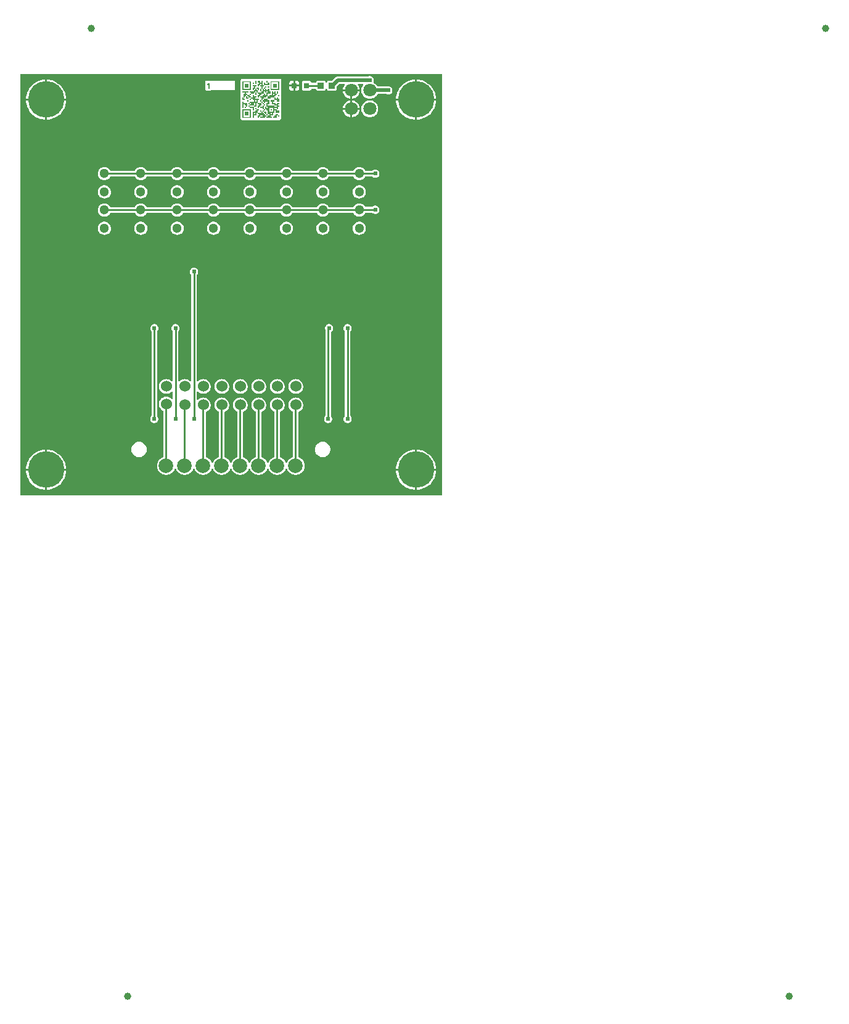
<source format=gtl>
G04 Layer: TopLayer*
G04 EasyEDA v6.5.29, 2023-07-09 12:41:00*
G04 4e8154f8966d48969a3891fccebbae35,5a6b42c53f6a479593ecc07194224c93,10*
G04 Gerber Generator version 0.2*
G04 Scale: 100 percent, Rotated: No, Reflected: No *
G04 Dimensions in millimeters *
G04 leading zeros omitted , absolute positions ,4 integer and 5 decimal *
%FSLAX45Y45*%
%MOMM*%

%AMMACRO1*21,1,$1,$2,0,0,$3*%
%ADD10C,0.1524*%
%ADD11C,0.2540*%
%ADD12C,0.5000*%
%ADD13MACRO1,0.864X0.8065X90.0000*%
%ADD14R,0.8000X0.8000*%
%ADD15C,1.0000*%
%ADD16C,5.0000*%
%ADD17C,1.5240*%
%ADD18C,2.0000*%
%ADD19C,1.3000*%
%ADD20C,1.8000*%
%ADD21C,0.6096*%
%ADD22C,0.0115*%

%LPD*%
G36*
X5805932Y25908D02*
G01*
X36068Y26416D01*
X32156Y27178D01*
X28905Y29362D01*
X26670Y32664D01*
X25908Y36576D01*
X25908Y5805932D01*
X26670Y5809843D01*
X28905Y5813094D01*
X32156Y5815330D01*
X36068Y5816092D01*
X2555240Y5816092D01*
X2559100Y5815330D01*
X2562402Y5813094D01*
X2564638Y5809843D01*
X2565400Y5805932D01*
X2566162Y5809843D01*
X2568346Y5813094D01*
X2571648Y5815330D01*
X2575560Y5816092D01*
X3050540Y5816092D01*
X3054400Y5815330D01*
X3057702Y5813094D01*
X3059938Y5809843D01*
X3060700Y5805932D01*
X3061462Y5809843D01*
X3063646Y5813094D01*
X3066948Y5815330D01*
X3070860Y5816092D01*
X5805932Y5816092D01*
X5809843Y5815330D01*
X5813094Y5813094D01*
X5815330Y5809843D01*
X5816092Y5805932D01*
X5816092Y36068D01*
X5815330Y32207D01*
X5813094Y28905D01*
X5809843Y26670D01*
G37*

%LPC*%
G36*
X3801110Y5664200D02*
G01*
X3854297Y5664200D01*
X3854297Y5690920D01*
X3853586Y5697270D01*
X3851706Y5702706D01*
X3848608Y5707634D01*
X3844544Y5711698D01*
X3839616Y5714796D01*
X3834180Y5716676D01*
X3827830Y5717387D01*
X3801110Y5717387D01*
G37*
G36*
X5448300Y105613D02*
G01*
X5448300Y368300D01*
X5185410Y368300D01*
X5187289Y346405D01*
X5191150Y323646D01*
X5196890Y301244D01*
X5204460Y279450D01*
X5213858Y258317D01*
X5224983Y238099D01*
X5237784Y218846D01*
X5252161Y200710D01*
X5267960Y183896D01*
X5285130Y168402D01*
X5303520Y154432D01*
X5323027Y142087D01*
X5343499Y131368D01*
X5364835Y122428D01*
X5386781Y115265D01*
X5409285Y109982D01*
X5432145Y106629D01*
G37*
G36*
X368300Y105613D02*
G01*
X368300Y368300D01*
X105410Y368300D01*
X107289Y346405D01*
X111150Y323646D01*
X116890Y301244D01*
X124460Y279450D01*
X133858Y258317D01*
X144983Y238099D01*
X157784Y218846D01*
X172161Y200710D01*
X187960Y183896D01*
X205130Y168402D01*
X223520Y154432D01*
X243027Y142087D01*
X263499Y131368D01*
X284835Y122428D01*
X306781Y115265D01*
X329285Y109982D01*
X352145Y106629D01*
G37*
G36*
X2029206Y309524D02*
G01*
X2044395Y310438D01*
X2059330Y313182D01*
X2073859Y317703D01*
X2087727Y323951D01*
X2100732Y331825D01*
X2112670Y341172D01*
X2123440Y351942D01*
X2132787Y363880D01*
X2140661Y376885D01*
X2146960Y390804D01*
X2149144Y394004D01*
X2152396Y396087D01*
X2156206Y396798D01*
X2160016Y396087D01*
X2163267Y394004D01*
X2165451Y390804D01*
X2171750Y376885D01*
X2179624Y363880D01*
X2188972Y351942D01*
X2199741Y341172D01*
X2211679Y331825D01*
X2224684Y323951D01*
X2238552Y317703D01*
X2253081Y313182D01*
X2268016Y310438D01*
X2283206Y309524D01*
X2298395Y310438D01*
X2313330Y313182D01*
X2327859Y317703D01*
X2341727Y323951D01*
X2354732Y331825D01*
X2366670Y341172D01*
X2377440Y351942D01*
X2386787Y363880D01*
X2394661Y376885D01*
X2400960Y390804D01*
X2403144Y394004D01*
X2406396Y396087D01*
X2410206Y396798D01*
X2414016Y396087D01*
X2417267Y394004D01*
X2419451Y390804D01*
X2425750Y376885D01*
X2433624Y363880D01*
X2442972Y351942D01*
X2453741Y341172D01*
X2465679Y331825D01*
X2478684Y323951D01*
X2492552Y317703D01*
X2507081Y313182D01*
X2522016Y310438D01*
X2537206Y309524D01*
X2552395Y310438D01*
X2567330Y313182D01*
X2581859Y317703D01*
X2595727Y323951D01*
X2608732Y331825D01*
X2620670Y341172D01*
X2631440Y351942D01*
X2640787Y363880D01*
X2648661Y376885D01*
X2654960Y390804D01*
X2657144Y394004D01*
X2660396Y396087D01*
X2664206Y396798D01*
X2668016Y396087D01*
X2671267Y394004D01*
X2673451Y390804D01*
X2679750Y376885D01*
X2687624Y363880D01*
X2696972Y351942D01*
X2707741Y341172D01*
X2719679Y331825D01*
X2732684Y323951D01*
X2746552Y317703D01*
X2761081Y313182D01*
X2776016Y310438D01*
X2791206Y309524D01*
X2806395Y310438D01*
X2821330Y313182D01*
X2835859Y317703D01*
X2849727Y323951D01*
X2862732Y331825D01*
X2874670Y341172D01*
X2885440Y351942D01*
X2894787Y363880D01*
X2902661Y376885D01*
X2908960Y390804D01*
X2911144Y394004D01*
X2914396Y396087D01*
X2918206Y396798D01*
X2922016Y396087D01*
X2925267Y394004D01*
X2927451Y390804D01*
X2933750Y376885D01*
X2941624Y363880D01*
X2950972Y351942D01*
X2961741Y341172D01*
X2973679Y331825D01*
X2986684Y323951D01*
X3000552Y317703D01*
X3015081Y313182D01*
X3030016Y310438D01*
X3045206Y309524D01*
X3060395Y310438D01*
X3075330Y313182D01*
X3089859Y317703D01*
X3103727Y323951D01*
X3116732Y331825D01*
X3128670Y341172D01*
X3139440Y351942D01*
X3148787Y363880D01*
X3156661Y376885D01*
X3162960Y390804D01*
X3165144Y394004D01*
X3168396Y396087D01*
X3172206Y396798D01*
X3176016Y396087D01*
X3179267Y394004D01*
X3181451Y390804D01*
X3187750Y376885D01*
X3195624Y363880D01*
X3204972Y351942D01*
X3215741Y341172D01*
X3227679Y331825D01*
X3240684Y323951D01*
X3254552Y317703D01*
X3269081Y313182D01*
X3284016Y310438D01*
X3299206Y309524D01*
X3314395Y310438D01*
X3329330Y313182D01*
X3343859Y317703D01*
X3357727Y323951D01*
X3370732Y331825D01*
X3382670Y341172D01*
X3393440Y351942D01*
X3402787Y363880D01*
X3410661Y376885D01*
X3416960Y390804D01*
X3419144Y394004D01*
X3422396Y396087D01*
X3426206Y396798D01*
X3430015Y396087D01*
X3433267Y394004D01*
X3435451Y390804D01*
X3441750Y376885D01*
X3449624Y363880D01*
X3458972Y351942D01*
X3469741Y341172D01*
X3481679Y331825D01*
X3494684Y323951D01*
X3508552Y317703D01*
X3523081Y313182D01*
X3538016Y310438D01*
X3553206Y309524D01*
X3568395Y310438D01*
X3583330Y313182D01*
X3597859Y317703D01*
X3611727Y323951D01*
X3624732Y331825D01*
X3636670Y341172D01*
X3647440Y351942D01*
X3656787Y363880D01*
X3664661Y376885D01*
X3670960Y390804D01*
X3673144Y394004D01*
X3676396Y396087D01*
X3680206Y396798D01*
X3684015Y396087D01*
X3687267Y394004D01*
X3689451Y390804D01*
X3695750Y376885D01*
X3703624Y363880D01*
X3712972Y351942D01*
X3723741Y341172D01*
X3735679Y331825D01*
X3748684Y323951D01*
X3762552Y317703D01*
X3777081Y313182D01*
X3792016Y310438D01*
X3807206Y309524D01*
X3822395Y310438D01*
X3837330Y313182D01*
X3851859Y317703D01*
X3865727Y323951D01*
X3878732Y331825D01*
X3890670Y341172D01*
X3901440Y351942D01*
X3910787Y363880D01*
X3918661Y376885D01*
X3924909Y390753D01*
X3929430Y405282D01*
X3932174Y420217D01*
X3933088Y435406D01*
X3932174Y450596D01*
X3929430Y465531D01*
X3924909Y480059D01*
X3918661Y493928D01*
X3910787Y506933D01*
X3901440Y518871D01*
X3890670Y529640D01*
X3878732Y538988D01*
X3865727Y546862D01*
X3851808Y553110D01*
X3848658Y555345D01*
X3846576Y558596D01*
X3845814Y562406D01*
X3845814Y1167790D01*
X3846576Y1171702D01*
X3848760Y1174953D01*
X3852011Y1177188D01*
X3856024Y1178864D01*
X3867759Y1185824D01*
X3878478Y1194308D01*
X3887978Y1204061D01*
X3896055Y1215085D01*
X3902608Y1227023D01*
X3907485Y1239774D01*
X3910685Y1253032D01*
X3912057Y1266596D01*
X3911600Y1280210D01*
X3909314Y1293672D01*
X3905250Y1306677D01*
X3899509Y1319072D01*
X3892194Y1330553D01*
X3883406Y1340967D01*
X3873296Y1350111D01*
X3862019Y1357833D01*
X3849878Y1363980D01*
X3836974Y1368450D01*
X3823614Y1371193D01*
X3810000Y1372057D01*
X3796385Y1371193D01*
X3783025Y1368450D01*
X3770172Y1363980D01*
X3757980Y1357833D01*
X3746754Y1350111D01*
X3736644Y1340967D01*
X3727805Y1330553D01*
X3720490Y1319072D01*
X3714750Y1306677D01*
X3710686Y1293672D01*
X3708450Y1280210D01*
X3707993Y1266596D01*
X3709365Y1253032D01*
X3712514Y1239774D01*
X3717391Y1227023D01*
X3723944Y1215085D01*
X3732072Y1204061D01*
X3741521Y1194308D01*
X3752240Y1185824D01*
X3763619Y1179068D01*
X3766261Y1176832D01*
X3767988Y1173784D01*
X3768598Y1170330D01*
X3768598Y562406D01*
X3767886Y558596D01*
X3765753Y555345D01*
X3762603Y553110D01*
X3748684Y546862D01*
X3735679Y538988D01*
X3723741Y529640D01*
X3712972Y518871D01*
X3703624Y506933D01*
X3695750Y493928D01*
X3689451Y480009D01*
X3687267Y476808D01*
X3684015Y474726D01*
X3680206Y474014D01*
X3676396Y474726D01*
X3673144Y476808D01*
X3670960Y480009D01*
X3664661Y493928D01*
X3656787Y506933D01*
X3647440Y518871D01*
X3636670Y529640D01*
X3624732Y538988D01*
X3611727Y546862D01*
X3597808Y553110D01*
X3594658Y555345D01*
X3592576Y558596D01*
X3591814Y562406D01*
X3591814Y1167790D01*
X3592576Y1171702D01*
X3594760Y1174953D01*
X3598011Y1177188D01*
X3602024Y1178864D01*
X3613759Y1185824D01*
X3624478Y1194308D01*
X3633978Y1204061D01*
X3642055Y1215085D01*
X3648608Y1227023D01*
X3653485Y1239774D01*
X3656685Y1253032D01*
X3658057Y1266596D01*
X3657600Y1280210D01*
X3655314Y1293672D01*
X3651250Y1306677D01*
X3645509Y1319072D01*
X3638194Y1330553D01*
X3629406Y1340967D01*
X3619296Y1350111D01*
X3608019Y1357833D01*
X3595878Y1363980D01*
X3582974Y1368450D01*
X3569614Y1371193D01*
X3556000Y1372057D01*
X3542385Y1371193D01*
X3529025Y1368450D01*
X3516172Y1363980D01*
X3503980Y1357833D01*
X3492754Y1350111D01*
X3482644Y1340967D01*
X3473805Y1330553D01*
X3466490Y1319072D01*
X3460750Y1306677D01*
X3456686Y1293672D01*
X3454450Y1280210D01*
X3453993Y1266596D01*
X3455365Y1253032D01*
X3458514Y1239774D01*
X3463391Y1227023D01*
X3469944Y1215085D01*
X3478072Y1204061D01*
X3487521Y1194308D01*
X3498240Y1185824D01*
X3509619Y1179068D01*
X3512261Y1176832D01*
X3513988Y1173784D01*
X3514598Y1170330D01*
X3514598Y562406D01*
X3513886Y558596D01*
X3511753Y555345D01*
X3508603Y553110D01*
X3494684Y546862D01*
X3481679Y538988D01*
X3469741Y529640D01*
X3458972Y518871D01*
X3449624Y506933D01*
X3441750Y493928D01*
X3435451Y480009D01*
X3433267Y476808D01*
X3430015Y474726D01*
X3426206Y474014D01*
X3422396Y474726D01*
X3419144Y476808D01*
X3416960Y480009D01*
X3410661Y493928D01*
X3402787Y506933D01*
X3393440Y518871D01*
X3382670Y529640D01*
X3370732Y538988D01*
X3357727Y546862D01*
X3343808Y553110D01*
X3340658Y555345D01*
X3338576Y558596D01*
X3337814Y562406D01*
X3337814Y1167790D01*
X3338576Y1171702D01*
X3340760Y1174953D01*
X3344011Y1177188D01*
X3348024Y1178864D01*
X3359759Y1185824D01*
X3370478Y1194308D01*
X3379978Y1204061D01*
X3388055Y1215085D01*
X3394608Y1227023D01*
X3399485Y1239774D01*
X3402685Y1253032D01*
X3404057Y1266596D01*
X3403600Y1280210D01*
X3401314Y1293672D01*
X3397250Y1306677D01*
X3391509Y1319072D01*
X3384194Y1330553D01*
X3375406Y1340967D01*
X3365296Y1350111D01*
X3354019Y1357833D01*
X3341878Y1363980D01*
X3328974Y1368450D01*
X3315614Y1371193D01*
X3302000Y1372057D01*
X3288385Y1371193D01*
X3275025Y1368450D01*
X3262172Y1363980D01*
X3249980Y1357833D01*
X3238754Y1350111D01*
X3228644Y1340967D01*
X3219805Y1330553D01*
X3212490Y1319072D01*
X3206750Y1306677D01*
X3202686Y1293672D01*
X3200450Y1280210D01*
X3199993Y1266596D01*
X3201365Y1253032D01*
X3204514Y1239774D01*
X3209391Y1227023D01*
X3215944Y1215085D01*
X3224072Y1204061D01*
X3233521Y1194308D01*
X3244240Y1185824D01*
X3255619Y1179068D01*
X3258261Y1176832D01*
X3259988Y1173784D01*
X3260598Y1170330D01*
X3260598Y562406D01*
X3259886Y558596D01*
X3257753Y555345D01*
X3254603Y553110D01*
X3240684Y546862D01*
X3227679Y538988D01*
X3215741Y529640D01*
X3204972Y518871D01*
X3195624Y506933D01*
X3187750Y493928D01*
X3181451Y480009D01*
X3179267Y476808D01*
X3176016Y474726D01*
X3172206Y474014D01*
X3168396Y474726D01*
X3165144Y476808D01*
X3162960Y480009D01*
X3156661Y493928D01*
X3148787Y506933D01*
X3139440Y518871D01*
X3128670Y529640D01*
X3116732Y538988D01*
X3103727Y546862D01*
X3089808Y553110D01*
X3086658Y555345D01*
X3084576Y558596D01*
X3083814Y562406D01*
X3083814Y1167790D01*
X3084576Y1171702D01*
X3086760Y1174953D01*
X3090011Y1177188D01*
X3094024Y1178864D01*
X3105759Y1185824D01*
X3116478Y1194308D01*
X3125978Y1204061D01*
X3134055Y1215085D01*
X3140608Y1227023D01*
X3145485Y1239774D01*
X3148685Y1253032D01*
X3150057Y1266596D01*
X3149600Y1280210D01*
X3147314Y1293672D01*
X3143250Y1306677D01*
X3137509Y1319072D01*
X3130194Y1330553D01*
X3121406Y1340967D01*
X3111296Y1350111D01*
X3100019Y1357833D01*
X3087878Y1363980D01*
X3074974Y1368450D01*
X3061614Y1371193D01*
X3048000Y1372057D01*
X3034385Y1371193D01*
X3021025Y1368450D01*
X3008172Y1363980D01*
X2995980Y1357833D01*
X2984754Y1350111D01*
X2974644Y1340967D01*
X2965805Y1330553D01*
X2958490Y1319072D01*
X2952750Y1306677D01*
X2948686Y1293672D01*
X2946450Y1280210D01*
X2945993Y1266596D01*
X2947365Y1253032D01*
X2950514Y1239774D01*
X2955391Y1227023D01*
X2961944Y1215085D01*
X2970072Y1204061D01*
X2979521Y1194308D01*
X2990240Y1185824D01*
X3001619Y1179068D01*
X3004261Y1176832D01*
X3005988Y1173784D01*
X3006598Y1170330D01*
X3006598Y562406D01*
X3005886Y558596D01*
X3003753Y555345D01*
X3000603Y553110D01*
X2986684Y546862D01*
X2973679Y538988D01*
X2961741Y529640D01*
X2950972Y518871D01*
X2941624Y506933D01*
X2933750Y493928D01*
X2927451Y480009D01*
X2925267Y476808D01*
X2922016Y474726D01*
X2918206Y474014D01*
X2914396Y474726D01*
X2911144Y476808D01*
X2908960Y480009D01*
X2902661Y493928D01*
X2894787Y506933D01*
X2885440Y518871D01*
X2874670Y529640D01*
X2862732Y538988D01*
X2849727Y546862D01*
X2835808Y553110D01*
X2832658Y555345D01*
X2830576Y558596D01*
X2829814Y562406D01*
X2829814Y1167790D01*
X2830576Y1171702D01*
X2832760Y1174953D01*
X2836011Y1177188D01*
X2840024Y1178864D01*
X2851759Y1185824D01*
X2862478Y1194308D01*
X2871978Y1204061D01*
X2880055Y1215085D01*
X2886608Y1227023D01*
X2891485Y1239774D01*
X2894685Y1253032D01*
X2896057Y1266596D01*
X2895600Y1280210D01*
X2893314Y1293672D01*
X2889250Y1306677D01*
X2883509Y1319072D01*
X2876194Y1330553D01*
X2867406Y1340967D01*
X2857296Y1350111D01*
X2846019Y1357833D01*
X2833878Y1363980D01*
X2820974Y1368450D01*
X2807614Y1371193D01*
X2794000Y1372057D01*
X2780385Y1371193D01*
X2767025Y1368450D01*
X2754172Y1363980D01*
X2741980Y1357833D01*
X2730754Y1350111D01*
X2720644Y1340967D01*
X2711805Y1330553D01*
X2704490Y1319072D01*
X2698750Y1306677D01*
X2694686Y1293672D01*
X2692450Y1280210D01*
X2691993Y1266596D01*
X2693365Y1253032D01*
X2696514Y1239774D01*
X2701391Y1227023D01*
X2707944Y1215085D01*
X2716072Y1204061D01*
X2725521Y1194308D01*
X2736240Y1185824D01*
X2747619Y1179068D01*
X2750261Y1176832D01*
X2751988Y1173784D01*
X2752598Y1170330D01*
X2752598Y562406D01*
X2751886Y558596D01*
X2749753Y555345D01*
X2746603Y553110D01*
X2732684Y546862D01*
X2719679Y538988D01*
X2707741Y529640D01*
X2696972Y518871D01*
X2687624Y506933D01*
X2679750Y493928D01*
X2673451Y480009D01*
X2671267Y476808D01*
X2668016Y474726D01*
X2664206Y474014D01*
X2660396Y474726D01*
X2657144Y476808D01*
X2654960Y480009D01*
X2648661Y493928D01*
X2640787Y506933D01*
X2631440Y518871D01*
X2620670Y529640D01*
X2608732Y538988D01*
X2595727Y546862D01*
X2581808Y553110D01*
X2578658Y555345D01*
X2576576Y558596D01*
X2575814Y562406D01*
X2575814Y1167790D01*
X2576576Y1171702D01*
X2578760Y1174953D01*
X2582011Y1177188D01*
X2586024Y1178864D01*
X2597759Y1185824D01*
X2608478Y1194308D01*
X2617978Y1204061D01*
X2626055Y1215085D01*
X2632608Y1227023D01*
X2637485Y1239774D01*
X2640685Y1253032D01*
X2642057Y1266596D01*
X2641600Y1280210D01*
X2639314Y1293672D01*
X2635250Y1306677D01*
X2629509Y1319072D01*
X2622194Y1330553D01*
X2613406Y1340967D01*
X2603296Y1350111D01*
X2592019Y1357833D01*
X2579878Y1363980D01*
X2566974Y1368450D01*
X2553614Y1371193D01*
X2540000Y1372057D01*
X2526385Y1371193D01*
X2513025Y1368450D01*
X2500172Y1363980D01*
X2487980Y1357833D01*
X2476754Y1350111D01*
X2468575Y1342745D01*
X2465273Y1340713D01*
X2461412Y1340104D01*
X2457653Y1340967D01*
X2454452Y1343202D01*
X2452370Y1346454D01*
X2451608Y1350264D01*
X2451608Y1443786D01*
X2452370Y1447698D01*
X2454605Y1451000D01*
X2457958Y1453184D01*
X2461869Y1453946D01*
X2465781Y1453083D01*
X2469083Y1450848D01*
X2471521Y1448308D01*
X2482240Y1439824D01*
X2493975Y1432864D01*
X2506522Y1427581D01*
X2519680Y1423974D01*
X2533192Y1422146D01*
X2546807Y1422146D01*
X2560320Y1423974D01*
X2573477Y1427581D01*
X2586024Y1432864D01*
X2597759Y1439824D01*
X2608478Y1448308D01*
X2617978Y1458061D01*
X2626055Y1469085D01*
X2632608Y1481023D01*
X2637485Y1493774D01*
X2640685Y1507032D01*
X2642057Y1520596D01*
X2641600Y1534210D01*
X2639314Y1547672D01*
X2635250Y1560677D01*
X2629509Y1573072D01*
X2622194Y1584553D01*
X2613406Y1594967D01*
X2603296Y1604111D01*
X2592019Y1611833D01*
X2579878Y1617980D01*
X2566974Y1622450D01*
X2553614Y1625193D01*
X2540000Y1626057D01*
X2526385Y1625193D01*
X2513025Y1622450D01*
X2500172Y1617980D01*
X2487980Y1611833D01*
X2476754Y1604111D01*
X2468575Y1596745D01*
X2465273Y1594713D01*
X2461412Y1594104D01*
X2457653Y1594967D01*
X2454452Y1597202D01*
X2452370Y1600454D01*
X2451608Y1604264D01*
X2451608Y3053791D01*
X2452370Y3057702D01*
X2454605Y3061004D01*
X2456180Y3062579D01*
X2461818Y3070606D01*
X2465933Y3079546D01*
X2468473Y3088995D01*
X2469337Y3098800D01*
X2468473Y3108604D01*
X2465933Y3118053D01*
X2461818Y3126994D01*
X2456180Y3135020D01*
X2449220Y3141980D01*
X2441194Y3147618D01*
X2432253Y3151733D01*
X2422804Y3154273D01*
X2413000Y3155137D01*
X2403195Y3154273D01*
X2393746Y3151733D01*
X2384806Y3147618D01*
X2376779Y3141980D01*
X2369820Y3135020D01*
X2364181Y3126994D01*
X2360066Y3118053D01*
X2357526Y3108604D01*
X2356662Y3098800D01*
X2357526Y3088995D01*
X2360066Y3079546D01*
X2364181Y3070606D01*
X2369820Y3062579D01*
X2371394Y3061004D01*
X2373630Y3057702D01*
X2374392Y3053791D01*
X2374392Y1604264D01*
X2373630Y1600454D01*
X2371547Y1597202D01*
X2368346Y1595018D01*
X2364587Y1594104D01*
X2360726Y1594764D01*
X2357424Y1596745D01*
X2349296Y1604111D01*
X2338019Y1611833D01*
X2325878Y1617980D01*
X2312974Y1622450D01*
X2299614Y1625193D01*
X2286000Y1626057D01*
X2272385Y1625193D01*
X2259025Y1622450D01*
X2246172Y1617980D01*
X2233980Y1611833D01*
X2222754Y1604111D01*
X2214575Y1596745D01*
X2211273Y1594713D01*
X2207412Y1594104D01*
X2203653Y1594967D01*
X2200452Y1597202D01*
X2198370Y1600454D01*
X2197608Y1604264D01*
X2197608Y2279243D01*
X2198370Y2283155D01*
X2200605Y2286457D01*
X2202027Y2287879D01*
X2207666Y2295906D01*
X2211781Y2304846D01*
X2214321Y2314295D01*
X2215184Y2324100D01*
X2214321Y2333904D01*
X2211781Y2343353D01*
X2207666Y2352294D01*
X2202027Y2360320D01*
X2195068Y2367280D01*
X2187041Y2372918D01*
X2178100Y2377033D01*
X2168652Y2379573D01*
X2158847Y2380437D01*
X2149043Y2379573D01*
X2139594Y2377033D01*
X2130653Y2372918D01*
X2122627Y2367280D01*
X2115667Y2360320D01*
X2110028Y2352294D01*
X2105914Y2343353D01*
X2103374Y2333904D01*
X2102510Y2324100D01*
X2103374Y2314295D01*
X2105914Y2304846D01*
X2110028Y2295906D01*
X2115667Y2287879D01*
X2117394Y2286152D01*
X2119630Y2282850D01*
X2120392Y2278938D01*
X2120392Y1604264D01*
X2119630Y1600454D01*
X2117547Y1597202D01*
X2114346Y1595018D01*
X2110587Y1594104D01*
X2106726Y1594764D01*
X2103424Y1596745D01*
X2095296Y1604111D01*
X2084019Y1611833D01*
X2071878Y1617980D01*
X2058974Y1622450D01*
X2045614Y1625193D01*
X2032000Y1626057D01*
X2018385Y1625193D01*
X2005025Y1622450D01*
X1992172Y1617980D01*
X1979980Y1611833D01*
X1968754Y1604111D01*
X1958644Y1594967D01*
X1949805Y1584553D01*
X1942490Y1573072D01*
X1936750Y1560677D01*
X1932686Y1547672D01*
X1930450Y1534210D01*
X1929993Y1520596D01*
X1931365Y1507032D01*
X1934514Y1493774D01*
X1939391Y1481023D01*
X1945944Y1469085D01*
X1954072Y1458061D01*
X1963521Y1448308D01*
X1974240Y1439824D01*
X1985975Y1432864D01*
X1998522Y1427581D01*
X2011680Y1423974D01*
X2025192Y1422146D01*
X2038807Y1422146D01*
X2052320Y1423974D01*
X2065477Y1427581D01*
X2078024Y1432864D01*
X2089759Y1439824D01*
X2100478Y1448308D01*
X2102916Y1450797D01*
X2106218Y1453083D01*
X2110130Y1453896D01*
X2114042Y1453184D01*
X2117394Y1450949D01*
X2119630Y1447647D01*
X2120392Y1443736D01*
X2120392Y1362964D01*
X2119630Y1359154D01*
X2117547Y1355902D01*
X2114346Y1353718D01*
X2110587Y1352804D01*
X2106726Y1353464D01*
X2103424Y1355445D01*
X2095296Y1362811D01*
X2084019Y1370533D01*
X2071878Y1376680D01*
X2058974Y1381150D01*
X2045614Y1383893D01*
X2032000Y1384757D01*
X2018385Y1383893D01*
X2005025Y1381150D01*
X1992172Y1376680D01*
X1979980Y1370533D01*
X1968754Y1362811D01*
X1958644Y1353667D01*
X1949805Y1343253D01*
X1942490Y1331772D01*
X1936750Y1319377D01*
X1932686Y1306372D01*
X1930450Y1292910D01*
X1929993Y1279296D01*
X1931365Y1265732D01*
X1934514Y1252474D01*
X1939391Y1239723D01*
X1945944Y1227785D01*
X1954072Y1216761D01*
X1963521Y1207008D01*
X1974240Y1198524D01*
X1985619Y1191768D01*
X1988261Y1189532D01*
X1989988Y1186484D01*
X1990598Y1183030D01*
X1990598Y562406D01*
X1989886Y558596D01*
X1987753Y555345D01*
X1984603Y553110D01*
X1970684Y546862D01*
X1957679Y538988D01*
X1945741Y529640D01*
X1934972Y518871D01*
X1925624Y506933D01*
X1917750Y493928D01*
X1911502Y480059D01*
X1906981Y465531D01*
X1904238Y450596D01*
X1903323Y435406D01*
X1904238Y420217D01*
X1906981Y405282D01*
X1911502Y390753D01*
X1917750Y376885D01*
X1925624Y363880D01*
X1934972Y351942D01*
X1945741Y341172D01*
X1957679Y331825D01*
X1970684Y323951D01*
X1984552Y317703D01*
X1999081Y313182D01*
X2014016Y310438D01*
G37*
G36*
X393700Y393700D02*
G01*
X656336Y393700D01*
X655929Y404063D01*
X653034Y427024D01*
X648208Y449630D01*
X641553Y471728D01*
X633018Y493217D01*
X622757Y513892D01*
X610819Y533704D01*
X597204Y552348D01*
X582117Y569874D01*
X565607Y586028D01*
X547827Y600760D01*
X528828Y613968D01*
X508812Y625500D01*
X487934Y635355D01*
X466242Y643382D01*
X443992Y649630D01*
X421284Y653948D01*
X398322Y656336D01*
X393700Y656437D01*
G37*
G36*
X5473700Y393700D02*
G01*
X5736336Y393700D01*
X5735929Y404063D01*
X5733034Y427024D01*
X5728208Y449630D01*
X5721553Y471728D01*
X5713018Y493217D01*
X5702757Y513892D01*
X5690819Y533704D01*
X5677204Y552348D01*
X5662117Y569874D01*
X5645607Y586028D01*
X5627827Y600760D01*
X5608828Y613968D01*
X5588812Y625500D01*
X5567934Y635355D01*
X5546242Y643382D01*
X5523992Y649630D01*
X5501284Y653948D01*
X5478322Y656336D01*
X5473700Y656437D01*
G37*
G36*
X5185410Y393700D02*
G01*
X5448300Y393700D01*
X5448300Y656386D01*
X5432145Y655370D01*
X5409285Y652018D01*
X5386781Y646734D01*
X5364835Y639572D01*
X5343499Y630631D01*
X5323027Y619912D01*
X5303520Y607568D01*
X5285130Y593598D01*
X5267960Y578104D01*
X5252161Y561289D01*
X5237784Y543153D01*
X5224983Y523900D01*
X5213858Y503682D01*
X5204460Y482549D01*
X5196890Y460756D01*
X5191150Y438353D01*
X5187289Y415594D01*
G37*
G36*
X105410Y393700D02*
G01*
X368300Y393700D01*
X368300Y656386D01*
X352145Y655370D01*
X329285Y652018D01*
X306781Y646734D01*
X284835Y639572D01*
X263499Y630631D01*
X243027Y619912D01*
X223520Y607568D01*
X205130Y593598D01*
X187960Y578104D01*
X172161Y561289D01*
X157784Y543153D01*
X144983Y523900D01*
X133858Y503682D01*
X124460Y482549D01*
X116890Y460756D01*
X111150Y438353D01*
X107289Y415594D01*
G37*
G36*
X1657604Y554532D02*
G01*
X1671421Y555396D01*
X1684985Y558139D01*
X1698142Y562559D01*
X1710537Y568706D01*
X1722069Y576376D01*
X1732483Y585520D01*
X1741627Y595934D01*
X1749298Y607466D01*
X1755444Y619861D01*
X1759864Y633018D01*
X1762607Y646582D01*
X1763471Y660400D01*
X1762607Y674217D01*
X1759864Y687781D01*
X1755444Y700938D01*
X1749298Y713333D01*
X1741627Y724865D01*
X1732483Y735279D01*
X1722069Y744423D01*
X1710537Y752094D01*
X1698142Y758240D01*
X1684985Y762660D01*
X1671421Y765403D01*
X1657604Y766267D01*
X1643786Y765403D01*
X1630222Y762660D01*
X1617065Y758240D01*
X1604670Y752094D01*
X1593138Y744423D01*
X1582724Y735279D01*
X1573580Y724865D01*
X1565910Y713333D01*
X1559763Y700938D01*
X1555343Y687781D01*
X1552600Y674217D01*
X1551736Y660400D01*
X1552600Y646582D01*
X1555343Y633018D01*
X1559763Y619861D01*
X1565910Y607466D01*
X1573580Y595934D01*
X1582724Y585520D01*
X1593138Y576376D01*
X1604670Y568706D01*
X1617065Y562559D01*
X1630222Y558139D01*
X1643786Y555396D01*
G37*
G36*
X4178808Y554532D02*
G01*
X4192625Y555396D01*
X4206189Y558139D01*
X4219346Y562559D01*
X4231741Y568706D01*
X4243273Y576376D01*
X4253687Y585520D01*
X4262831Y595934D01*
X4270502Y607466D01*
X4276648Y619861D01*
X4281068Y633018D01*
X4283811Y646582D01*
X4284675Y660400D01*
X4283811Y674217D01*
X4281068Y687781D01*
X4276648Y700938D01*
X4270502Y713333D01*
X4262831Y724865D01*
X4253687Y735279D01*
X4243273Y744423D01*
X4231741Y752094D01*
X4219346Y758240D01*
X4206189Y762660D01*
X4192625Y765403D01*
X4178808Y766267D01*
X4164990Y765403D01*
X4151426Y762660D01*
X4138269Y758240D01*
X4125874Y752094D01*
X4114342Y744423D01*
X4103928Y735279D01*
X4094784Y724865D01*
X4087114Y713333D01*
X4080967Y700938D01*
X4076547Y687781D01*
X4073804Y674217D01*
X4072940Y660400D01*
X4073804Y646582D01*
X4076547Y633018D01*
X4080967Y619861D01*
X4087114Y607466D01*
X4094784Y595934D01*
X4103928Y585520D01*
X4114342Y576376D01*
X4125874Y568706D01*
X4138269Y562559D01*
X4151426Y558139D01*
X4164990Y555396D01*
G37*
G36*
X4521200Y1023162D02*
G01*
X4531004Y1024026D01*
X4540453Y1026566D01*
X4549394Y1030681D01*
X4557420Y1036319D01*
X4564380Y1043279D01*
X4570018Y1051306D01*
X4574133Y1060246D01*
X4576673Y1069695D01*
X4577537Y1079500D01*
X4576673Y1089304D01*
X4574133Y1098753D01*
X4570018Y1107694D01*
X4564380Y1115720D01*
X4562805Y1117295D01*
X4560570Y1120597D01*
X4559808Y1124508D01*
X4559808Y2279091D01*
X4560570Y2283002D01*
X4562805Y2286304D01*
X4564380Y2287879D01*
X4570018Y2295906D01*
X4574133Y2304846D01*
X4576673Y2314295D01*
X4577537Y2324100D01*
X4576673Y2333904D01*
X4574133Y2343353D01*
X4570018Y2352294D01*
X4564380Y2360320D01*
X4557420Y2367280D01*
X4549394Y2372918D01*
X4540453Y2377033D01*
X4531004Y2379573D01*
X4521200Y2380437D01*
X4511395Y2379573D01*
X4501946Y2377033D01*
X4493006Y2372918D01*
X4484979Y2367280D01*
X4478020Y2360320D01*
X4472381Y2352294D01*
X4468266Y2343353D01*
X4465726Y2333904D01*
X4464862Y2324100D01*
X4465726Y2314295D01*
X4468266Y2304846D01*
X4472381Y2295906D01*
X4478020Y2287879D01*
X4479594Y2286304D01*
X4481830Y2283002D01*
X4482592Y2279091D01*
X4482592Y1124508D01*
X4481830Y1120597D01*
X4479594Y1117295D01*
X4478020Y1115720D01*
X4472381Y1107694D01*
X4468266Y1098753D01*
X4465726Y1089304D01*
X4464862Y1079500D01*
X4465726Y1069695D01*
X4468266Y1060246D01*
X4472381Y1051306D01*
X4478020Y1043279D01*
X4484979Y1036319D01*
X4493006Y1030681D01*
X4501946Y1026566D01*
X4511395Y1024026D01*
G37*
G36*
X1866900Y1023162D02*
G01*
X1876704Y1024026D01*
X1886153Y1026566D01*
X1895093Y1030681D01*
X1903120Y1036319D01*
X1910080Y1043279D01*
X1915718Y1051306D01*
X1919833Y1060246D01*
X1922373Y1069695D01*
X1923237Y1079500D01*
X1922373Y1089304D01*
X1919833Y1098753D01*
X1915718Y1107694D01*
X1910080Y1115720D01*
X1908505Y1117295D01*
X1906270Y1120597D01*
X1905507Y1124508D01*
X1905507Y2278786D01*
X1906270Y2282698D01*
X1908505Y2286000D01*
X1910384Y2287879D01*
X1916023Y2295906D01*
X1920138Y2304846D01*
X1922678Y2314295D01*
X1923542Y2324100D01*
X1922678Y2333904D01*
X1920138Y2343353D01*
X1916023Y2352294D01*
X1910384Y2360320D01*
X1903425Y2367280D01*
X1895398Y2372918D01*
X1886457Y2377033D01*
X1877009Y2379573D01*
X1867204Y2380437D01*
X1857400Y2379573D01*
X1847951Y2377033D01*
X1839010Y2372918D01*
X1830984Y2367280D01*
X1824024Y2360320D01*
X1818386Y2352294D01*
X1814271Y2343353D01*
X1811731Y2333904D01*
X1810867Y2324100D01*
X1811731Y2314295D01*
X1814271Y2304846D01*
X1818386Y2295906D01*
X1824024Y2287879D01*
X1825294Y2286609D01*
X1827530Y2283307D01*
X1828292Y2279396D01*
X1828292Y1124508D01*
X1827530Y1120597D01*
X1825294Y1117295D01*
X1823720Y1115720D01*
X1818081Y1107694D01*
X1813966Y1098753D01*
X1811426Y1089304D01*
X1810562Y1079500D01*
X1811426Y1069695D01*
X1813966Y1060246D01*
X1818081Y1051306D01*
X1823720Y1043279D01*
X1830679Y1036319D01*
X1838706Y1030681D01*
X1847646Y1026566D01*
X1857095Y1024026D01*
G37*
G36*
X4254500Y1023162D02*
G01*
X4264304Y1024026D01*
X4273753Y1026566D01*
X4282694Y1030681D01*
X4290720Y1036319D01*
X4297680Y1043279D01*
X4303318Y1051306D01*
X4307433Y1060246D01*
X4309973Y1069695D01*
X4310837Y1079500D01*
X4309973Y1089304D01*
X4307433Y1098753D01*
X4303318Y1107694D01*
X4297680Y1115720D01*
X4296105Y1117295D01*
X4293870Y1120597D01*
X4293108Y1124508D01*
X4293108Y2268423D01*
X4293616Y2271623D01*
X4295140Y2274468D01*
X4297426Y2276754D01*
X4303420Y2280920D01*
X4310380Y2287879D01*
X4316018Y2295906D01*
X4320133Y2304846D01*
X4322673Y2314295D01*
X4323537Y2324100D01*
X4322673Y2333904D01*
X4320133Y2343353D01*
X4316018Y2352294D01*
X4310380Y2360320D01*
X4303420Y2367280D01*
X4295394Y2372918D01*
X4286453Y2377033D01*
X4277004Y2379573D01*
X4267200Y2380437D01*
X4257395Y2379573D01*
X4247946Y2377033D01*
X4239006Y2372918D01*
X4230979Y2367280D01*
X4224020Y2360320D01*
X4218381Y2352294D01*
X4214266Y2343353D01*
X4211726Y2333904D01*
X4210862Y2324100D01*
X4211726Y2314295D01*
X4214266Y2304846D01*
X4214926Y2303322D01*
X4215892Y2299055D01*
X4215892Y1124508D01*
X4215130Y1120597D01*
X4212894Y1117295D01*
X4211320Y1115720D01*
X4205681Y1107694D01*
X4201566Y1098753D01*
X4199026Y1089304D01*
X4198162Y1079500D01*
X4199026Y1069695D01*
X4201566Y1060246D01*
X4205681Y1051306D01*
X4211320Y1043279D01*
X4218279Y1036319D01*
X4226306Y1030681D01*
X4235246Y1026566D01*
X4244695Y1024026D01*
G37*
G36*
X3041192Y1422146D02*
G01*
X3054807Y1422146D01*
X3068320Y1423974D01*
X3081477Y1427581D01*
X3094024Y1432864D01*
X3105759Y1439824D01*
X3116478Y1448308D01*
X3125978Y1458061D01*
X3134055Y1469085D01*
X3140608Y1481023D01*
X3145485Y1493774D01*
X3148685Y1507032D01*
X3150057Y1520596D01*
X3149600Y1534210D01*
X3147314Y1547672D01*
X3143250Y1560677D01*
X3137509Y1573072D01*
X3130194Y1584553D01*
X3121406Y1594967D01*
X3111296Y1604111D01*
X3100019Y1611833D01*
X3087878Y1617980D01*
X3074974Y1622450D01*
X3061614Y1625193D01*
X3048000Y1626057D01*
X3034385Y1625193D01*
X3021025Y1622450D01*
X3008172Y1617980D01*
X2995980Y1611833D01*
X2984754Y1604111D01*
X2974644Y1594967D01*
X2965805Y1584553D01*
X2958490Y1573072D01*
X2952750Y1560677D01*
X2948686Y1547672D01*
X2946450Y1534210D01*
X2945993Y1520596D01*
X2947365Y1507032D01*
X2950514Y1493774D01*
X2955391Y1481023D01*
X2961944Y1469085D01*
X2970072Y1458061D01*
X2979521Y1448308D01*
X2990240Y1439824D01*
X3001975Y1432864D01*
X3014522Y1427581D01*
X3027680Y1423974D01*
G37*
G36*
X3549192Y1422146D02*
G01*
X3562807Y1422146D01*
X3576320Y1423974D01*
X3589477Y1427581D01*
X3602024Y1432864D01*
X3613759Y1439824D01*
X3624478Y1448308D01*
X3633978Y1458061D01*
X3642055Y1469085D01*
X3648608Y1481023D01*
X3653485Y1493774D01*
X3656685Y1507032D01*
X3658057Y1520596D01*
X3657600Y1534210D01*
X3655314Y1547672D01*
X3651250Y1560677D01*
X3645509Y1573072D01*
X3638194Y1584553D01*
X3629406Y1594967D01*
X3619296Y1604111D01*
X3608019Y1611833D01*
X3595878Y1617980D01*
X3582974Y1622450D01*
X3569614Y1625193D01*
X3556000Y1626057D01*
X3542385Y1625193D01*
X3529025Y1622450D01*
X3516172Y1617980D01*
X3503980Y1611833D01*
X3492754Y1604111D01*
X3482644Y1594967D01*
X3473805Y1584553D01*
X3466490Y1573072D01*
X3460750Y1560677D01*
X3456686Y1547672D01*
X3454450Y1534210D01*
X3453993Y1520596D01*
X3455365Y1507032D01*
X3458514Y1493774D01*
X3463391Y1481023D01*
X3469944Y1469085D01*
X3478072Y1458061D01*
X3487521Y1448308D01*
X3498240Y1439824D01*
X3509975Y1432864D01*
X3522522Y1427581D01*
X3535679Y1423974D01*
G37*
G36*
X3803192Y1422146D02*
G01*
X3816807Y1422146D01*
X3830320Y1423974D01*
X3843477Y1427581D01*
X3856024Y1432864D01*
X3867759Y1439824D01*
X3878478Y1448308D01*
X3887978Y1458061D01*
X3896055Y1469085D01*
X3902608Y1481023D01*
X3907485Y1493774D01*
X3910685Y1507032D01*
X3912057Y1520596D01*
X3911600Y1534210D01*
X3909314Y1547672D01*
X3905250Y1560677D01*
X3899509Y1573072D01*
X3892194Y1584553D01*
X3883406Y1594967D01*
X3873296Y1604111D01*
X3862019Y1611833D01*
X3849878Y1617980D01*
X3836974Y1622450D01*
X3823614Y1625193D01*
X3810000Y1626057D01*
X3796385Y1625193D01*
X3783025Y1622450D01*
X3770172Y1617980D01*
X3757980Y1611833D01*
X3746754Y1604111D01*
X3736644Y1594967D01*
X3727805Y1584553D01*
X3720490Y1573072D01*
X3714750Y1560677D01*
X3710686Y1547672D01*
X3708450Y1534210D01*
X3707993Y1520596D01*
X3709365Y1507032D01*
X3712514Y1493774D01*
X3717391Y1481023D01*
X3723944Y1469085D01*
X3732072Y1458061D01*
X3741521Y1448308D01*
X3752240Y1439824D01*
X3763975Y1432864D01*
X3776522Y1427581D01*
X3789679Y1423974D01*
G37*
G36*
X3295192Y1422146D02*
G01*
X3308807Y1422146D01*
X3322320Y1423974D01*
X3335477Y1427581D01*
X3348024Y1432864D01*
X3359759Y1439824D01*
X3370478Y1448308D01*
X3379978Y1458061D01*
X3388055Y1469085D01*
X3394608Y1481023D01*
X3399485Y1493774D01*
X3402685Y1507032D01*
X3404057Y1520596D01*
X3403600Y1534210D01*
X3401314Y1547672D01*
X3397250Y1560677D01*
X3391509Y1573072D01*
X3384194Y1584553D01*
X3375406Y1594967D01*
X3365296Y1604111D01*
X3354019Y1611833D01*
X3341878Y1617980D01*
X3328974Y1622450D01*
X3315614Y1625193D01*
X3302000Y1626057D01*
X3288385Y1625193D01*
X3275025Y1622450D01*
X3262172Y1617980D01*
X3249980Y1611833D01*
X3238754Y1604111D01*
X3228644Y1594967D01*
X3219805Y1584553D01*
X3212490Y1573072D01*
X3206750Y1560677D01*
X3202686Y1547672D01*
X3200450Y1534210D01*
X3199993Y1520596D01*
X3201365Y1507032D01*
X3204514Y1493774D01*
X3209391Y1481023D01*
X3215944Y1469085D01*
X3224072Y1458061D01*
X3233521Y1448308D01*
X3244240Y1439824D01*
X3255975Y1432864D01*
X3268522Y1427581D01*
X3281679Y1423974D01*
G37*
G36*
X2787192Y1422146D02*
G01*
X2800807Y1422146D01*
X2814320Y1423974D01*
X2827477Y1427581D01*
X2840024Y1432864D01*
X2851759Y1439824D01*
X2862478Y1448308D01*
X2871978Y1458061D01*
X2880055Y1469085D01*
X2886608Y1481023D01*
X2891485Y1493774D01*
X2894685Y1507032D01*
X2896057Y1520596D01*
X2895600Y1534210D01*
X2893314Y1547672D01*
X2889250Y1560677D01*
X2883509Y1573072D01*
X2876194Y1584553D01*
X2867406Y1594967D01*
X2857296Y1604111D01*
X2846019Y1611833D01*
X2833878Y1617980D01*
X2820974Y1622450D01*
X2807614Y1625193D01*
X2794000Y1626057D01*
X2780385Y1625193D01*
X2767025Y1622450D01*
X2754172Y1617980D01*
X2741980Y1611833D01*
X2730754Y1604111D01*
X2720644Y1594967D01*
X2711805Y1584553D01*
X2704490Y1573072D01*
X2698750Y1560677D01*
X2694686Y1547672D01*
X2692450Y1534210D01*
X2691993Y1520596D01*
X2693365Y1507032D01*
X2696514Y1493774D01*
X2701391Y1481023D01*
X2707944Y1469085D01*
X2716072Y1458061D01*
X2725521Y1448308D01*
X2736240Y1439824D01*
X2747975Y1432864D01*
X2760522Y1427581D01*
X2773680Y1423974D01*
G37*
G36*
X2174798Y3605022D02*
G01*
X2187448Y3605022D01*
X2200046Y3606749D01*
X2212187Y3610254D01*
X2223820Y3615436D01*
X2234539Y3622141D01*
X2244242Y3630269D01*
X2252726Y3639718D01*
X2259838Y3650234D01*
X2265375Y3661613D01*
X2269286Y3673652D01*
X2271522Y3686149D01*
X2271979Y3698849D01*
X2270607Y3711448D01*
X2267559Y3723741D01*
X2262835Y3735527D01*
X2256485Y3746500D01*
X2248662Y3756456D01*
X2239568Y3765296D01*
X2229307Y3772712D01*
X2218080Y3778707D01*
X2206193Y3783025D01*
X2193798Y3785666D01*
X2181148Y3786530D01*
X2168499Y3785666D01*
X2156053Y3783025D01*
X2144166Y3778707D01*
X2132990Y3772712D01*
X2122728Y3765296D01*
X2113584Y3756456D01*
X2105761Y3746500D01*
X2099462Y3735527D01*
X2094687Y3723741D01*
X2091639Y3711448D01*
X2090318Y3698849D01*
X2090724Y3686149D01*
X2092960Y3673652D01*
X2096871Y3661613D01*
X2102408Y3650234D01*
X2109520Y3639718D01*
X2118004Y3630269D01*
X2127707Y3622141D01*
X2138476Y3615436D01*
X2150059Y3610254D01*
X2162251Y3606749D01*
G37*
G36*
X2674772Y3605022D02*
G01*
X2687472Y3605022D01*
X2700020Y3606749D01*
X2712212Y3610254D01*
X2723794Y3615436D01*
X2734564Y3622141D01*
X2744266Y3630269D01*
X2752750Y3639718D01*
X2759811Y3650234D01*
X2765399Y3661613D01*
X2769311Y3673652D01*
X2771495Y3686149D01*
X2771952Y3698849D01*
X2770632Y3711448D01*
X2767584Y3723741D01*
X2762808Y3735527D01*
X2756458Y3746500D01*
X2748686Y3756456D01*
X2739542Y3765296D01*
X2729280Y3772712D01*
X2718104Y3778707D01*
X2706166Y3783025D01*
X2693771Y3785666D01*
X2681122Y3786530D01*
X2668473Y3785666D01*
X2656078Y3783025D01*
X2644140Y3778707D01*
X2632964Y3772712D01*
X2622702Y3765296D01*
X2613609Y3756456D01*
X2605786Y3746500D01*
X2599436Y3735527D01*
X2594711Y3723741D01*
X2591612Y3711448D01*
X2590292Y3698849D01*
X2590749Y3686149D01*
X2592933Y3673652D01*
X2596845Y3661613D01*
X2602433Y3650234D01*
X2609494Y3639718D01*
X2617978Y3630269D01*
X2627731Y3622141D01*
X2638450Y3615436D01*
X2650032Y3610254D01*
X2662224Y3606749D01*
G37*
G36*
X3174796Y3605022D02*
G01*
X3187446Y3605022D01*
X3200044Y3606749D01*
X3212185Y3610254D01*
X3223818Y3615436D01*
X3234537Y3622141D01*
X3244240Y3630269D01*
X3252724Y3639718D01*
X3259836Y3650234D01*
X3265373Y3661613D01*
X3269284Y3673652D01*
X3271520Y3686149D01*
X3271977Y3698849D01*
X3270605Y3711448D01*
X3267557Y3723741D01*
X3262833Y3735527D01*
X3256483Y3746500D01*
X3248660Y3756456D01*
X3239566Y3765296D01*
X3229305Y3772712D01*
X3218078Y3778707D01*
X3206191Y3783025D01*
X3193796Y3785666D01*
X3181146Y3786530D01*
X3168497Y3785666D01*
X3156051Y3783025D01*
X3144164Y3778707D01*
X3132988Y3772712D01*
X3122726Y3765296D01*
X3113582Y3756456D01*
X3105759Y3746500D01*
X3099460Y3735527D01*
X3094685Y3723741D01*
X3091637Y3711448D01*
X3090316Y3698849D01*
X3090722Y3686149D01*
X3092958Y3673652D01*
X3096869Y3661613D01*
X3102406Y3650234D01*
X3109518Y3639718D01*
X3118002Y3630269D01*
X3127705Y3622141D01*
X3138474Y3615436D01*
X3150057Y3610254D01*
X3162249Y3606749D01*
G37*
G36*
X1674774Y3605022D02*
G01*
X1687474Y3605022D01*
X1700022Y3606749D01*
X1712214Y3610254D01*
X1723796Y3615436D01*
X1734566Y3622141D01*
X1744268Y3630269D01*
X1752752Y3639718D01*
X1759813Y3650234D01*
X1765401Y3661613D01*
X1769313Y3673652D01*
X1771497Y3686149D01*
X1771954Y3698849D01*
X1770634Y3711448D01*
X1767586Y3723741D01*
X1762810Y3735527D01*
X1756460Y3746500D01*
X1748688Y3756456D01*
X1739544Y3765296D01*
X1729282Y3772712D01*
X1718106Y3778707D01*
X1706168Y3783025D01*
X1693773Y3785666D01*
X1681124Y3786530D01*
X1668475Y3785666D01*
X1656080Y3783025D01*
X1644142Y3778707D01*
X1632966Y3772712D01*
X1622704Y3765296D01*
X1613611Y3756456D01*
X1605788Y3746500D01*
X1599438Y3735527D01*
X1594713Y3723741D01*
X1591614Y3711448D01*
X1590294Y3698849D01*
X1590751Y3686149D01*
X1592935Y3673652D01*
X1596847Y3661613D01*
X1602435Y3650234D01*
X1609496Y3639718D01*
X1617980Y3630269D01*
X1627733Y3622141D01*
X1638452Y3615436D01*
X1650034Y3610254D01*
X1662226Y3606749D01*
G37*
G36*
X3674770Y3605022D02*
G01*
X3687470Y3605022D01*
X3700018Y3606749D01*
X3712210Y3610254D01*
X3723792Y3615436D01*
X3734562Y3622141D01*
X3744264Y3630269D01*
X3752748Y3639718D01*
X3759809Y3650234D01*
X3765397Y3661613D01*
X3769309Y3673652D01*
X3771493Y3686149D01*
X3771950Y3698849D01*
X3770629Y3711448D01*
X3767582Y3723741D01*
X3762806Y3735527D01*
X3756456Y3746500D01*
X3748684Y3756456D01*
X3739540Y3765296D01*
X3729278Y3772712D01*
X3718102Y3778707D01*
X3706164Y3783025D01*
X3693769Y3785666D01*
X3681120Y3786530D01*
X3668471Y3785666D01*
X3656076Y3783025D01*
X3644137Y3778707D01*
X3632962Y3772712D01*
X3622700Y3765296D01*
X3613607Y3756456D01*
X3605784Y3746500D01*
X3599434Y3735527D01*
X3594709Y3723741D01*
X3591610Y3711448D01*
X3590290Y3698849D01*
X3590747Y3686149D01*
X3592931Y3673652D01*
X3596843Y3661613D01*
X3602431Y3650234D01*
X3609492Y3639718D01*
X3617976Y3630269D01*
X3627729Y3622141D01*
X3638448Y3615436D01*
X3650030Y3610254D01*
X3662222Y3606749D01*
G37*
G36*
X4674768Y3605022D02*
G01*
X4687468Y3605022D01*
X4700016Y3606749D01*
X4712208Y3610254D01*
X4723790Y3615436D01*
X4734560Y3622141D01*
X4744262Y3630269D01*
X4752746Y3639718D01*
X4759807Y3650234D01*
X4765395Y3661613D01*
X4769307Y3673652D01*
X4771491Y3686149D01*
X4771948Y3698849D01*
X4770628Y3711448D01*
X4767580Y3723741D01*
X4762804Y3735527D01*
X4756454Y3746500D01*
X4748682Y3756456D01*
X4739538Y3765296D01*
X4729276Y3772712D01*
X4718100Y3778707D01*
X4706162Y3783025D01*
X4693767Y3785666D01*
X4681118Y3786530D01*
X4668469Y3785666D01*
X4656074Y3783025D01*
X4644136Y3778707D01*
X4632960Y3772712D01*
X4622698Y3765296D01*
X4613605Y3756456D01*
X4605782Y3746500D01*
X4599432Y3735527D01*
X4594707Y3723741D01*
X4591608Y3711448D01*
X4590288Y3698849D01*
X4590745Y3686149D01*
X4592929Y3673652D01*
X4596841Y3661613D01*
X4602429Y3650234D01*
X4609490Y3639718D01*
X4617974Y3630269D01*
X4627727Y3622141D01*
X4638446Y3615436D01*
X4650028Y3610254D01*
X4662220Y3606749D01*
G37*
G36*
X4174794Y3605022D02*
G01*
X4187444Y3605022D01*
X4200042Y3606749D01*
X4212183Y3610254D01*
X4223816Y3615436D01*
X4234535Y3622141D01*
X4244238Y3630269D01*
X4252722Y3639718D01*
X4259834Y3650234D01*
X4265371Y3661613D01*
X4269282Y3673652D01*
X4271518Y3686149D01*
X4271975Y3698849D01*
X4270603Y3711448D01*
X4267555Y3723741D01*
X4262831Y3735527D01*
X4256481Y3746500D01*
X4248658Y3756456D01*
X4239564Y3765296D01*
X4229303Y3772712D01*
X4218076Y3778707D01*
X4206189Y3783025D01*
X4193794Y3785666D01*
X4181144Y3786530D01*
X4168495Y3785666D01*
X4156049Y3783025D01*
X4144162Y3778707D01*
X4132986Y3772712D01*
X4122724Y3765296D01*
X4113580Y3756456D01*
X4105757Y3746500D01*
X4099458Y3735527D01*
X4094683Y3723741D01*
X4091635Y3711448D01*
X4090314Y3698849D01*
X4090720Y3686149D01*
X4092956Y3673652D01*
X4096867Y3661613D01*
X4102404Y3650234D01*
X4109516Y3639718D01*
X4118000Y3630269D01*
X4127703Y3622141D01*
X4138472Y3615436D01*
X4150055Y3610254D01*
X4162247Y3606749D01*
G37*
G36*
X1174800Y3605022D02*
G01*
X1187450Y3605022D01*
X1200048Y3606749D01*
X1212189Y3610254D01*
X1223822Y3615436D01*
X1234541Y3622141D01*
X1244244Y3630269D01*
X1252728Y3639718D01*
X1259840Y3650234D01*
X1265377Y3661613D01*
X1269288Y3673652D01*
X1271524Y3686149D01*
X1271981Y3698849D01*
X1270609Y3711448D01*
X1267561Y3723741D01*
X1262837Y3735527D01*
X1256487Y3746500D01*
X1248664Y3756456D01*
X1239570Y3765296D01*
X1229309Y3772712D01*
X1218082Y3778707D01*
X1206195Y3783025D01*
X1193800Y3785666D01*
X1181150Y3786530D01*
X1168501Y3785666D01*
X1156055Y3783025D01*
X1144168Y3778707D01*
X1132992Y3772712D01*
X1122730Y3765296D01*
X1113586Y3756456D01*
X1105763Y3746500D01*
X1099464Y3735527D01*
X1094689Y3723741D01*
X1091641Y3711448D01*
X1090320Y3698849D01*
X1090726Y3686149D01*
X1092962Y3673652D01*
X1096873Y3661613D01*
X1102410Y3650234D01*
X1109522Y3639718D01*
X1118006Y3630269D01*
X1127709Y3622141D01*
X1138478Y3615436D01*
X1150061Y3610254D01*
X1162253Y3606749D01*
G37*
G36*
X1174800Y3855008D02*
G01*
X1187450Y3855008D01*
X1199997Y3856786D01*
X1212189Y3860241D01*
X1223772Y3865422D01*
X1234541Y3872128D01*
X1244244Y3880307D01*
X1252728Y3889705D01*
X1262634Y3904437D01*
X1265834Y3906418D01*
X1269542Y3907078D01*
X1592681Y3907078D01*
X1596390Y3906418D01*
X1599590Y3904437D01*
X1609496Y3889705D01*
X1617980Y3880307D01*
X1627682Y3872128D01*
X1638452Y3865422D01*
X1650034Y3860241D01*
X1662226Y3856786D01*
X1674774Y3855008D01*
X1687474Y3855008D01*
X1700022Y3856786D01*
X1712214Y3860241D01*
X1723796Y3865422D01*
X1734515Y3872128D01*
X1744268Y3880307D01*
X1752752Y3889705D01*
X1762658Y3904437D01*
X1765858Y3906418D01*
X1769516Y3907078D01*
X2092706Y3907078D01*
X2096414Y3906418D01*
X2099614Y3904437D01*
X2109520Y3889705D01*
X2118004Y3880307D01*
X2127707Y3872128D01*
X2138476Y3865422D01*
X2150059Y3860241D01*
X2162200Y3856786D01*
X2174798Y3855008D01*
X2187448Y3855008D01*
X2199995Y3856786D01*
X2212187Y3860241D01*
X2223770Y3865422D01*
X2234539Y3872128D01*
X2244242Y3880307D01*
X2252726Y3889705D01*
X2262632Y3904437D01*
X2265832Y3906418D01*
X2269540Y3907078D01*
X2592679Y3907078D01*
X2596388Y3906418D01*
X2599588Y3904437D01*
X2609494Y3889705D01*
X2617978Y3880307D01*
X2627680Y3872128D01*
X2638450Y3865422D01*
X2650032Y3860241D01*
X2662224Y3856786D01*
X2674772Y3855008D01*
X2687472Y3855008D01*
X2700020Y3856786D01*
X2712212Y3860241D01*
X2723794Y3865422D01*
X2734513Y3872128D01*
X2744266Y3880307D01*
X2752750Y3889705D01*
X2762656Y3904437D01*
X2765856Y3906418D01*
X2769514Y3907078D01*
X3092704Y3907078D01*
X3096412Y3906418D01*
X3099612Y3904437D01*
X3109518Y3889705D01*
X3118002Y3880307D01*
X3127705Y3872128D01*
X3138424Y3865422D01*
X3150057Y3860241D01*
X3162198Y3856786D01*
X3174796Y3855008D01*
X3187446Y3855008D01*
X3199993Y3856786D01*
X3212185Y3860241D01*
X3223768Y3865422D01*
X3234537Y3872128D01*
X3244240Y3880307D01*
X3252724Y3889705D01*
X3262629Y3904437D01*
X3265830Y3906418D01*
X3269538Y3907078D01*
X3592677Y3907078D01*
X3596386Y3906418D01*
X3599586Y3904437D01*
X3609492Y3889705D01*
X3617976Y3880307D01*
X3627678Y3872128D01*
X3638448Y3865422D01*
X3650030Y3860241D01*
X3662222Y3856786D01*
X3674770Y3855008D01*
X3687470Y3855008D01*
X3700018Y3856786D01*
X3712210Y3860241D01*
X3723792Y3865422D01*
X3734511Y3872128D01*
X3744264Y3880307D01*
X3752748Y3889705D01*
X3762654Y3904437D01*
X3765854Y3906418D01*
X3769512Y3907078D01*
X4092701Y3907078D01*
X4096410Y3906418D01*
X4099610Y3904437D01*
X4109516Y3889705D01*
X4118000Y3880307D01*
X4127703Y3872128D01*
X4138422Y3865422D01*
X4150055Y3860241D01*
X4162196Y3856786D01*
X4174794Y3855008D01*
X4187444Y3855008D01*
X4199991Y3856786D01*
X4212183Y3860241D01*
X4223766Y3865422D01*
X4234535Y3872128D01*
X4244238Y3880307D01*
X4252722Y3889705D01*
X4262628Y3904437D01*
X4265828Y3906418D01*
X4269536Y3907078D01*
X4592675Y3907078D01*
X4596384Y3906418D01*
X4599584Y3904437D01*
X4609490Y3889705D01*
X4617974Y3880307D01*
X4627676Y3872128D01*
X4638446Y3865422D01*
X4650028Y3860241D01*
X4662220Y3856786D01*
X4674768Y3855008D01*
X4687468Y3855008D01*
X4700016Y3856786D01*
X4712208Y3860241D01*
X4723790Y3865422D01*
X4734509Y3872128D01*
X4744262Y3880307D01*
X4752746Y3889705D01*
X4759807Y3900220D01*
X4762347Y3905402D01*
X4764582Y3908399D01*
X4767783Y3910380D01*
X4771491Y3911092D01*
X4857191Y3911092D01*
X4861102Y3910329D01*
X4864404Y3908094D01*
X4865979Y3906520D01*
X4874006Y3900881D01*
X4882946Y3896766D01*
X4892395Y3894226D01*
X4902200Y3893362D01*
X4912004Y3894226D01*
X4921453Y3896766D01*
X4930394Y3900881D01*
X4938420Y3906520D01*
X4945380Y3913479D01*
X4951018Y3921506D01*
X4955133Y3930446D01*
X4957673Y3939895D01*
X4958537Y3949700D01*
X4957673Y3959504D01*
X4955133Y3968953D01*
X4951018Y3977894D01*
X4945380Y3985920D01*
X4938420Y3992879D01*
X4930394Y3998518D01*
X4921453Y4002633D01*
X4912004Y4005173D01*
X4902200Y4006037D01*
X4892395Y4005173D01*
X4882946Y4002633D01*
X4874006Y3998518D01*
X4865979Y3992879D01*
X4864404Y3991305D01*
X4861102Y3989070D01*
X4857191Y3988308D01*
X4767021Y3988308D01*
X4763566Y3988917D01*
X4760518Y3990695D01*
X4758232Y3993387D01*
X4756454Y3996486D01*
X4748631Y4006494D01*
X4739538Y4015282D01*
X4729276Y4022750D01*
X4718100Y4028694D01*
X4706162Y4033012D01*
X4693767Y4035653D01*
X4681118Y4036517D01*
X4668469Y4035653D01*
X4656074Y4033012D01*
X4644136Y4028694D01*
X4632960Y4022750D01*
X4622698Y4015282D01*
X4613554Y4006494D01*
X4605782Y3996486D01*
X4601667Y3989374D01*
X4599432Y3986682D01*
X4596333Y3984955D01*
X4592878Y3984294D01*
X4269333Y3984294D01*
X4265879Y3984955D01*
X4262831Y3986682D01*
X4260545Y3989374D01*
X4256481Y3996486D01*
X4248658Y4006494D01*
X4239514Y4015282D01*
X4229252Y4022750D01*
X4218076Y4028694D01*
X4206189Y4033012D01*
X4193743Y4035653D01*
X4181094Y4036517D01*
X4168444Y4035653D01*
X4156049Y4033012D01*
X4144162Y4028694D01*
X4132935Y4022750D01*
X4122674Y4015282D01*
X4113580Y4006494D01*
X4105757Y3996486D01*
X4101693Y3989374D01*
X4099407Y3986682D01*
X4096359Y3984955D01*
X4092905Y3984294D01*
X3769360Y3984294D01*
X3765854Y3984955D01*
X3762806Y3986682D01*
X3760571Y3989374D01*
X3756456Y3996486D01*
X3748633Y4006494D01*
X3739540Y4015282D01*
X3729278Y4022750D01*
X3718102Y4028694D01*
X3706164Y4033012D01*
X3693769Y4035653D01*
X3681120Y4036517D01*
X3668471Y4035653D01*
X3656076Y4033012D01*
X3644137Y4028694D01*
X3632962Y4022750D01*
X3622700Y4015282D01*
X3613556Y4006494D01*
X3605784Y3996486D01*
X3601669Y3989374D01*
X3599434Y3986682D01*
X3596335Y3984955D01*
X3592880Y3984294D01*
X3269335Y3984294D01*
X3265881Y3984955D01*
X3262833Y3986682D01*
X3260547Y3989374D01*
X3256483Y3996486D01*
X3248660Y4006494D01*
X3239516Y4015282D01*
X3229254Y4022750D01*
X3218078Y4028694D01*
X3206191Y4033012D01*
X3193745Y4035653D01*
X3181096Y4036517D01*
X3168446Y4035653D01*
X3156051Y4033012D01*
X3144164Y4028694D01*
X3132937Y4022750D01*
X3122676Y4015282D01*
X3113582Y4006494D01*
X3105759Y3996486D01*
X3101695Y3989374D01*
X3099409Y3986682D01*
X3096361Y3984955D01*
X3092907Y3984294D01*
X2769362Y3984294D01*
X2765856Y3984955D01*
X2762808Y3986682D01*
X2760573Y3989374D01*
X2756458Y3996486D01*
X2748635Y4006494D01*
X2739542Y4015282D01*
X2729280Y4022750D01*
X2718104Y4028694D01*
X2706166Y4033012D01*
X2693771Y4035653D01*
X2681122Y4036517D01*
X2668473Y4035653D01*
X2656078Y4033012D01*
X2644140Y4028694D01*
X2632964Y4022750D01*
X2622702Y4015282D01*
X2613558Y4006494D01*
X2605786Y3996486D01*
X2601671Y3989374D01*
X2599436Y3986682D01*
X2596337Y3984955D01*
X2592882Y3984294D01*
X2269337Y3984294D01*
X2265883Y3984955D01*
X2262835Y3986682D01*
X2260549Y3989374D01*
X2256485Y3996486D01*
X2248662Y4006494D01*
X2239518Y4015282D01*
X2229256Y4022750D01*
X2218080Y4028694D01*
X2206193Y4033012D01*
X2193747Y4035653D01*
X2181098Y4036517D01*
X2168448Y4035653D01*
X2156053Y4033012D01*
X2144166Y4028694D01*
X2132939Y4022750D01*
X2122678Y4015282D01*
X2113584Y4006494D01*
X2105761Y3996486D01*
X2101697Y3989374D01*
X2099411Y3986682D01*
X2096363Y3984955D01*
X2092909Y3984294D01*
X1769364Y3984294D01*
X1765858Y3984955D01*
X1762810Y3986682D01*
X1760575Y3989374D01*
X1756460Y3996486D01*
X1748637Y4006494D01*
X1739544Y4015282D01*
X1729282Y4022750D01*
X1718106Y4028694D01*
X1706168Y4033012D01*
X1693773Y4035653D01*
X1681124Y4036517D01*
X1668475Y4035653D01*
X1656080Y4033012D01*
X1644142Y4028694D01*
X1632966Y4022750D01*
X1622704Y4015282D01*
X1613560Y4006494D01*
X1605788Y3996486D01*
X1601673Y3989374D01*
X1599438Y3986682D01*
X1596339Y3984955D01*
X1592884Y3984294D01*
X1269339Y3984294D01*
X1265885Y3984955D01*
X1262837Y3986682D01*
X1260551Y3989374D01*
X1256487Y3996486D01*
X1248664Y4006494D01*
X1239520Y4015282D01*
X1229258Y4022750D01*
X1218082Y4028694D01*
X1206195Y4033012D01*
X1193749Y4035653D01*
X1181100Y4036517D01*
X1168450Y4035653D01*
X1156055Y4033012D01*
X1144168Y4028694D01*
X1132941Y4022750D01*
X1122680Y4015282D01*
X1113586Y4006494D01*
X1105763Y3996486D01*
X1099413Y3985514D01*
X1094689Y3973728D01*
X1091641Y3961434D01*
X1090269Y3948836D01*
X1090726Y3936136D01*
X1092962Y3923690D01*
X1096873Y3911600D01*
X1102410Y3900220D01*
X1109522Y3889705D01*
X1118006Y3880307D01*
X1127709Y3872128D01*
X1138478Y3865422D01*
X1150061Y3860241D01*
X1162202Y3856786D01*
G37*
G36*
X5473700Y105562D02*
G01*
X5478322Y105664D01*
X5501284Y108051D01*
X5523992Y112369D01*
X5546242Y118618D01*
X5567934Y126644D01*
X5588812Y136499D01*
X5608828Y148031D01*
X5627827Y161239D01*
X5645607Y175971D01*
X5662117Y192125D01*
X5677204Y209600D01*
X5690819Y228295D01*
X5702757Y248107D01*
X5713018Y268782D01*
X5721553Y290271D01*
X5728208Y312369D01*
X5733034Y334975D01*
X5735929Y357936D01*
X5736336Y368300D01*
X5473700Y368300D01*
G37*
G36*
X3674770Y4104995D02*
G01*
X3687470Y4104995D01*
X3700018Y4106773D01*
X3712210Y4110278D01*
X3723792Y4115409D01*
X3734511Y4122115D01*
X3744264Y4130294D01*
X3752748Y4139692D01*
X3759809Y4150207D01*
X3765397Y4161637D01*
X3769309Y4173677D01*
X3771493Y4186174D01*
X3771950Y4198823D01*
X3770629Y4211421D01*
X3767531Y4223766D01*
X3762806Y4235500D01*
X3756456Y4246473D01*
X3748633Y4256481D01*
X3739540Y4265269D01*
X3729278Y4272737D01*
X3718102Y4278680D01*
X3706164Y4282998D01*
X3693769Y4285640D01*
X3681120Y4286554D01*
X3668471Y4285640D01*
X3656076Y4282998D01*
X3644137Y4278680D01*
X3632962Y4272737D01*
X3622700Y4265269D01*
X3613556Y4256481D01*
X3605784Y4246473D01*
X3599434Y4235500D01*
X3594658Y4223766D01*
X3591610Y4211421D01*
X3590290Y4198823D01*
X3590747Y4186174D01*
X3592931Y4173677D01*
X3596843Y4161637D01*
X3602431Y4150207D01*
X3609492Y4139692D01*
X3617976Y4130294D01*
X3627678Y4122115D01*
X3638448Y4115409D01*
X3650030Y4110278D01*
X3662222Y4106773D01*
G37*
G36*
X393700Y105562D02*
G01*
X398322Y105664D01*
X421284Y108051D01*
X443992Y112369D01*
X466242Y118618D01*
X487934Y126644D01*
X508812Y136499D01*
X528828Y148031D01*
X547827Y161239D01*
X565607Y175971D01*
X582117Y192125D01*
X597204Y209600D01*
X610819Y228295D01*
X622757Y248107D01*
X633018Y268782D01*
X641553Y290271D01*
X648208Y312369D01*
X653034Y334975D01*
X655929Y357936D01*
X656336Y368300D01*
X393700Y368300D01*
G37*
G36*
X2674772Y4104995D02*
G01*
X2687472Y4104995D01*
X2700020Y4106773D01*
X2712212Y4110278D01*
X2723794Y4115409D01*
X2734513Y4122115D01*
X2744266Y4130294D01*
X2752750Y4139692D01*
X2759811Y4150207D01*
X2765399Y4161637D01*
X2769311Y4173677D01*
X2771495Y4186174D01*
X2771952Y4198823D01*
X2770632Y4211421D01*
X2767533Y4223766D01*
X2762808Y4235500D01*
X2756458Y4246473D01*
X2748635Y4256481D01*
X2739542Y4265269D01*
X2729280Y4272737D01*
X2718104Y4278680D01*
X2706166Y4282998D01*
X2693771Y4285640D01*
X2681122Y4286554D01*
X2668473Y4285640D01*
X2656078Y4282998D01*
X2644140Y4278680D01*
X2632964Y4272737D01*
X2622702Y4265269D01*
X2613558Y4256481D01*
X2605786Y4246473D01*
X2599436Y4235500D01*
X2594660Y4223766D01*
X2591612Y4211421D01*
X2590292Y4198823D01*
X2590749Y4186174D01*
X2592933Y4173677D01*
X2596845Y4161637D01*
X2602433Y4150207D01*
X2609494Y4139692D01*
X2617978Y4130294D01*
X2627680Y4122115D01*
X2638450Y4115409D01*
X2650032Y4110278D01*
X2662224Y4106773D01*
G37*
G36*
X3174796Y4104995D02*
G01*
X3187446Y4104995D01*
X3199993Y4106773D01*
X3212185Y4110278D01*
X3223768Y4115409D01*
X3234537Y4122115D01*
X3244240Y4130294D01*
X3252724Y4139692D01*
X3259836Y4150207D01*
X3265373Y4161637D01*
X3269284Y4173677D01*
X3271520Y4186174D01*
X3271926Y4198823D01*
X3270605Y4211421D01*
X3267557Y4223766D01*
X3262782Y4235500D01*
X3256483Y4246473D01*
X3248660Y4256481D01*
X3239516Y4265269D01*
X3229254Y4272737D01*
X3218078Y4278680D01*
X3206191Y4282998D01*
X3193745Y4285640D01*
X3181096Y4286554D01*
X3168446Y4285640D01*
X3156051Y4282998D01*
X3144164Y4278680D01*
X3132937Y4272737D01*
X3122676Y4265269D01*
X3113582Y4256481D01*
X3105759Y4246473D01*
X3099409Y4235500D01*
X3094685Y4223766D01*
X3091637Y4211421D01*
X3090265Y4198823D01*
X3090722Y4186174D01*
X3092958Y4173677D01*
X3096869Y4161637D01*
X3102406Y4150207D01*
X3109518Y4139692D01*
X3118002Y4130294D01*
X3127705Y4122115D01*
X3138424Y4115409D01*
X3150057Y4110278D01*
X3162198Y4106773D01*
G37*
G36*
X4674768Y4104995D02*
G01*
X4687468Y4104995D01*
X4700016Y4106773D01*
X4712208Y4110278D01*
X4723790Y4115409D01*
X4734509Y4122115D01*
X4744262Y4130294D01*
X4752746Y4139692D01*
X4759807Y4150207D01*
X4765395Y4161637D01*
X4769307Y4173677D01*
X4771491Y4186174D01*
X4771948Y4198823D01*
X4770628Y4211421D01*
X4767529Y4223766D01*
X4762804Y4235500D01*
X4756454Y4246473D01*
X4748631Y4256481D01*
X4739538Y4265269D01*
X4729276Y4272737D01*
X4718100Y4278680D01*
X4706162Y4282998D01*
X4693767Y4285640D01*
X4681118Y4286554D01*
X4668469Y4285640D01*
X4656074Y4282998D01*
X4644136Y4278680D01*
X4632960Y4272737D01*
X4622698Y4265269D01*
X4613554Y4256481D01*
X4605782Y4246473D01*
X4599432Y4235500D01*
X4594656Y4223766D01*
X4591608Y4211421D01*
X4590288Y4198823D01*
X4590745Y4186174D01*
X4592929Y4173677D01*
X4596841Y4161637D01*
X4602429Y4150207D01*
X4609490Y4139692D01*
X4617974Y4130294D01*
X4627676Y4122115D01*
X4638446Y4115409D01*
X4650028Y4110278D01*
X4662220Y4106773D01*
G37*
G36*
X4174794Y4104995D02*
G01*
X4187444Y4104995D01*
X4199991Y4106773D01*
X4212183Y4110278D01*
X4223766Y4115409D01*
X4234535Y4122115D01*
X4244238Y4130294D01*
X4252722Y4139692D01*
X4259834Y4150207D01*
X4265371Y4161637D01*
X4269282Y4173677D01*
X4271518Y4186174D01*
X4271924Y4198823D01*
X4270603Y4211421D01*
X4267555Y4223766D01*
X4262780Y4235500D01*
X4256481Y4246473D01*
X4248658Y4256481D01*
X4239514Y4265269D01*
X4229252Y4272737D01*
X4218076Y4278680D01*
X4206189Y4282998D01*
X4193743Y4285640D01*
X4181094Y4286554D01*
X4168444Y4285640D01*
X4156049Y4282998D01*
X4144162Y4278680D01*
X4132935Y4272737D01*
X4122674Y4265269D01*
X4113580Y4256481D01*
X4105757Y4246473D01*
X4099407Y4235500D01*
X4094683Y4223766D01*
X4091635Y4211421D01*
X4090263Y4198823D01*
X4090720Y4186174D01*
X4092956Y4173677D01*
X4096867Y4161637D01*
X4102404Y4150207D01*
X4109516Y4139692D01*
X4118000Y4130294D01*
X4127703Y4122115D01*
X4138422Y4115409D01*
X4150055Y4110278D01*
X4162196Y4106773D01*
G37*
G36*
X1674774Y4104995D02*
G01*
X1687474Y4104995D01*
X1700022Y4106773D01*
X1712214Y4110278D01*
X1723796Y4115409D01*
X1734515Y4122115D01*
X1744268Y4130294D01*
X1752752Y4139692D01*
X1759813Y4150207D01*
X1765401Y4161637D01*
X1769313Y4173677D01*
X1771497Y4186174D01*
X1771954Y4198823D01*
X1770634Y4211421D01*
X1767535Y4223766D01*
X1762810Y4235500D01*
X1756460Y4246473D01*
X1748637Y4256481D01*
X1739544Y4265269D01*
X1729282Y4272737D01*
X1718106Y4278680D01*
X1706168Y4282998D01*
X1693773Y4285640D01*
X1681124Y4286554D01*
X1668475Y4285640D01*
X1656080Y4282998D01*
X1644142Y4278680D01*
X1632966Y4272737D01*
X1622704Y4265269D01*
X1613560Y4256481D01*
X1605788Y4246473D01*
X1599438Y4235500D01*
X1594662Y4223766D01*
X1591614Y4211421D01*
X1590294Y4198823D01*
X1590751Y4186174D01*
X1592935Y4173677D01*
X1596847Y4161637D01*
X1602435Y4150207D01*
X1609496Y4139692D01*
X1617980Y4130294D01*
X1627682Y4122115D01*
X1638452Y4115409D01*
X1650034Y4110278D01*
X1662226Y4106773D01*
G37*
G36*
X1174800Y4104995D02*
G01*
X1187450Y4104995D01*
X1199997Y4106773D01*
X1212189Y4110278D01*
X1223772Y4115409D01*
X1234541Y4122115D01*
X1244244Y4130294D01*
X1252728Y4139692D01*
X1259840Y4150207D01*
X1265377Y4161637D01*
X1269288Y4173677D01*
X1271524Y4186174D01*
X1271930Y4198823D01*
X1270609Y4211421D01*
X1267561Y4223766D01*
X1262786Y4235500D01*
X1256487Y4246473D01*
X1248664Y4256481D01*
X1239520Y4265269D01*
X1229258Y4272737D01*
X1218082Y4278680D01*
X1206195Y4282998D01*
X1193749Y4285640D01*
X1181100Y4286554D01*
X1168450Y4285640D01*
X1156055Y4282998D01*
X1144168Y4278680D01*
X1132941Y4272737D01*
X1122680Y4265269D01*
X1113586Y4256481D01*
X1105763Y4246473D01*
X1099413Y4235500D01*
X1094689Y4223766D01*
X1091641Y4211421D01*
X1090269Y4198823D01*
X1090726Y4186174D01*
X1092962Y4173677D01*
X1096873Y4161637D01*
X1102410Y4150207D01*
X1109522Y4139692D01*
X1118006Y4130294D01*
X1127709Y4122115D01*
X1138478Y4115409D01*
X1150061Y4110278D01*
X1162202Y4106773D01*
G37*
G36*
X1174800Y4354982D02*
G01*
X1187450Y4354982D01*
X1199997Y4356760D01*
X1212189Y4360265D01*
X1223772Y4365396D01*
X1234541Y4372152D01*
X1244244Y4380280D01*
X1252728Y4389729D01*
X1262634Y4404410D01*
X1265834Y4406392D01*
X1269542Y4407103D01*
X1592681Y4407103D01*
X1596390Y4406392D01*
X1599590Y4404410D01*
X1609496Y4389729D01*
X1617980Y4380280D01*
X1627682Y4372152D01*
X1638452Y4365396D01*
X1650034Y4360265D01*
X1662226Y4356760D01*
X1674774Y4354982D01*
X1687474Y4354982D01*
X1700022Y4356760D01*
X1712214Y4360265D01*
X1723796Y4365396D01*
X1734515Y4372152D01*
X1744268Y4380280D01*
X1752752Y4389729D01*
X1762658Y4404410D01*
X1765858Y4406392D01*
X1769516Y4407103D01*
X2092706Y4407103D01*
X2096414Y4406392D01*
X2099564Y4404410D01*
X2109520Y4389729D01*
X2118004Y4380280D01*
X2127707Y4372152D01*
X2138476Y4365396D01*
X2150059Y4360265D01*
X2162200Y4356760D01*
X2174798Y4354982D01*
X2187448Y4354982D01*
X2199995Y4356760D01*
X2212187Y4360265D01*
X2223770Y4365396D01*
X2234539Y4372152D01*
X2244242Y4380280D01*
X2252726Y4389729D01*
X2262632Y4404410D01*
X2265832Y4406392D01*
X2269540Y4407103D01*
X2592679Y4407103D01*
X2596388Y4406392D01*
X2599588Y4404410D01*
X2609494Y4389729D01*
X2617978Y4380280D01*
X2627680Y4372152D01*
X2638450Y4365396D01*
X2650032Y4360265D01*
X2662224Y4356760D01*
X2674772Y4354982D01*
X2687472Y4354982D01*
X2700020Y4356760D01*
X2712212Y4360265D01*
X2723794Y4365396D01*
X2734513Y4372152D01*
X2744266Y4380280D01*
X2752750Y4389729D01*
X2762656Y4404410D01*
X2765856Y4406392D01*
X2769514Y4407103D01*
X3092704Y4407103D01*
X3096412Y4406392D01*
X3099562Y4404410D01*
X3109518Y4389729D01*
X3118002Y4380280D01*
X3127705Y4372152D01*
X3138424Y4365396D01*
X3150057Y4360265D01*
X3162198Y4356760D01*
X3174796Y4354982D01*
X3187446Y4354982D01*
X3199993Y4356760D01*
X3212185Y4360265D01*
X3223768Y4365396D01*
X3234537Y4372152D01*
X3244240Y4380280D01*
X3252724Y4389729D01*
X3262629Y4404410D01*
X3265830Y4406392D01*
X3269538Y4407103D01*
X3592677Y4407103D01*
X3596386Y4406392D01*
X3599586Y4404410D01*
X3609492Y4389729D01*
X3617976Y4380280D01*
X3627678Y4372152D01*
X3638448Y4365396D01*
X3650030Y4360265D01*
X3662222Y4356760D01*
X3674770Y4354982D01*
X3687470Y4354982D01*
X3700018Y4356760D01*
X3712210Y4360265D01*
X3723792Y4365396D01*
X3734511Y4372152D01*
X3744264Y4380280D01*
X3752748Y4389729D01*
X3762654Y4404410D01*
X3765854Y4406392D01*
X3769512Y4407103D01*
X4092701Y4407103D01*
X4096410Y4406392D01*
X4099560Y4404410D01*
X4109516Y4389729D01*
X4118000Y4380280D01*
X4127703Y4372152D01*
X4138422Y4365396D01*
X4150055Y4360265D01*
X4162196Y4356760D01*
X4174794Y4354982D01*
X4187444Y4354982D01*
X4199991Y4356760D01*
X4212183Y4360265D01*
X4223766Y4365396D01*
X4234535Y4372152D01*
X4244238Y4380280D01*
X4252722Y4389729D01*
X4262628Y4404410D01*
X4265828Y4406392D01*
X4269536Y4407103D01*
X4592675Y4407103D01*
X4596384Y4406392D01*
X4599584Y4404410D01*
X4609490Y4389729D01*
X4617974Y4380280D01*
X4627676Y4372152D01*
X4638446Y4365396D01*
X4650028Y4360265D01*
X4662220Y4356760D01*
X4674768Y4354982D01*
X4687468Y4354982D01*
X4700016Y4356760D01*
X4712208Y4360265D01*
X4723790Y4365396D01*
X4734509Y4372152D01*
X4744262Y4380280D01*
X4752746Y4389729D01*
X4760061Y4400702D01*
X4762296Y4403699D01*
X4765497Y4405680D01*
X4769205Y4406392D01*
X4857191Y4406392D01*
X4861102Y4405630D01*
X4864404Y4403394D01*
X4865979Y4401820D01*
X4874006Y4396181D01*
X4882946Y4392066D01*
X4892395Y4389526D01*
X4902200Y4388662D01*
X4912004Y4389526D01*
X4921453Y4392066D01*
X4930394Y4396181D01*
X4938420Y4401820D01*
X4945380Y4408779D01*
X4951018Y4416806D01*
X4955133Y4425746D01*
X4957673Y4435195D01*
X4958537Y4445000D01*
X4957673Y4454804D01*
X4955133Y4464253D01*
X4951018Y4473194D01*
X4945380Y4481220D01*
X4938420Y4488180D01*
X4930394Y4493818D01*
X4921453Y4497933D01*
X4912004Y4500473D01*
X4902200Y4501337D01*
X4892395Y4500473D01*
X4882946Y4497933D01*
X4874006Y4493818D01*
X4865979Y4488180D01*
X4864404Y4486605D01*
X4861102Y4484370D01*
X4857191Y4483608D01*
X4769764Y4483608D01*
X4766259Y4484217D01*
X4763211Y4485995D01*
X4760976Y4488688D01*
X4756454Y4496460D01*
X4748631Y4506468D01*
X4739538Y4515256D01*
X4729276Y4522724D01*
X4718100Y4528667D01*
X4706162Y4533036D01*
X4693767Y4535678D01*
X4681118Y4536541D01*
X4668469Y4535678D01*
X4656074Y4533036D01*
X4644136Y4528667D01*
X4632960Y4522724D01*
X4622698Y4515256D01*
X4613554Y4506468D01*
X4605782Y4496460D01*
X4601667Y4489399D01*
X4599432Y4486706D01*
X4596333Y4484928D01*
X4592878Y4484319D01*
X4269333Y4484319D01*
X4265879Y4484928D01*
X4262831Y4486706D01*
X4260545Y4489399D01*
X4256481Y4496460D01*
X4248658Y4506468D01*
X4239514Y4515256D01*
X4229252Y4522724D01*
X4218076Y4528667D01*
X4206189Y4533036D01*
X4193743Y4535678D01*
X4181094Y4536541D01*
X4168444Y4535678D01*
X4156049Y4533036D01*
X4144162Y4528667D01*
X4132935Y4522724D01*
X4122674Y4515256D01*
X4113580Y4506468D01*
X4105757Y4496460D01*
X4101693Y4489399D01*
X4099407Y4486706D01*
X4096359Y4484928D01*
X4092905Y4484319D01*
X3769360Y4484319D01*
X3765854Y4484928D01*
X3762806Y4486706D01*
X3760571Y4489399D01*
X3756456Y4496460D01*
X3748633Y4506468D01*
X3739540Y4515256D01*
X3729278Y4522724D01*
X3718102Y4528667D01*
X3706164Y4533036D01*
X3693769Y4535678D01*
X3681120Y4536541D01*
X3668471Y4535678D01*
X3656076Y4533036D01*
X3644137Y4528667D01*
X3632962Y4522724D01*
X3622700Y4515256D01*
X3613556Y4506468D01*
X3605784Y4496460D01*
X3601669Y4489399D01*
X3599434Y4486706D01*
X3596335Y4484928D01*
X3592880Y4484319D01*
X3269335Y4484319D01*
X3265881Y4484928D01*
X3262833Y4486706D01*
X3260547Y4489399D01*
X3256483Y4496460D01*
X3248660Y4506468D01*
X3239516Y4515256D01*
X3229254Y4522724D01*
X3218078Y4528667D01*
X3206191Y4533036D01*
X3193745Y4535678D01*
X3181096Y4536541D01*
X3168446Y4535678D01*
X3156051Y4533036D01*
X3144164Y4528667D01*
X3132937Y4522724D01*
X3122676Y4515256D01*
X3113582Y4506468D01*
X3105759Y4496460D01*
X3101695Y4489399D01*
X3099409Y4486706D01*
X3096361Y4484928D01*
X3092907Y4484319D01*
X2769362Y4484319D01*
X2765856Y4484928D01*
X2762808Y4486706D01*
X2760573Y4489399D01*
X2756458Y4496460D01*
X2748635Y4506468D01*
X2739542Y4515256D01*
X2729280Y4522724D01*
X2718104Y4528667D01*
X2706166Y4533036D01*
X2693771Y4535678D01*
X2681122Y4536541D01*
X2668473Y4535678D01*
X2656078Y4533036D01*
X2644140Y4528667D01*
X2632964Y4522724D01*
X2622702Y4515256D01*
X2613558Y4506468D01*
X2605786Y4496460D01*
X2601671Y4489399D01*
X2599436Y4486706D01*
X2596337Y4484928D01*
X2592882Y4484319D01*
X2269337Y4484319D01*
X2265883Y4484928D01*
X2262835Y4486706D01*
X2260549Y4489399D01*
X2256485Y4496460D01*
X2248662Y4506468D01*
X2239518Y4515256D01*
X2229256Y4522724D01*
X2218080Y4528667D01*
X2206193Y4533036D01*
X2193747Y4535678D01*
X2181098Y4536541D01*
X2168448Y4535678D01*
X2156053Y4533036D01*
X2144166Y4528667D01*
X2132939Y4522724D01*
X2122678Y4515256D01*
X2113584Y4506468D01*
X2105761Y4496460D01*
X2101697Y4489399D01*
X2099411Y4486706D01*
X2096363Y4484928D01*
X2092909Y4484319D01*
X1769364Y4484319D01*
X1765858Y4484928D01*
X1762810Y4486706D01*
X1760575Y4489399D01*
X1756460Y4496460D01*
X1748637Y4506468D01*
X1739544Y4515256D01*
X1729282Y4522724D01*
X1718106Y4528667D01*
X1706168Y4533036D01*
X1693773Y4535678D01*
X1681124Y4536541D01*
X1668475Y4535678D01*
X1656080Y4533036D01*
X1644142Y4528667D01*
X1632966Y4522724D01*
X1622704Y4515256D01*
X1613560Y4506468D01*
X1605788Y4496460D01*
X1601673Y4489399D01*
X1599438Y4486706D01*
X1596339Y4484928D01*
X1592884Y4484319D01*
X1269339Y4484319D01*
X1265885Y4484928D01*
X1262837Y4486706D01*
X1260551Y4489399D01*
X1256487Y4496460D01*
X1248664Y4506468D01*
X1239520Y4515256D01*
X1229258Y4522724D01*
X1218082Y4528667D01*
X1206195Y4533036D01*
X1193749Y4535678D01*
X1181100Y4536541D01*
X1168450Y4535678D01*
X1156055Y4533036D01*
X1144168Y4528667D01*
X1132941Y4522724D01*
X1122680Y4515256D01*
X1113586Y4506468D01*
X1105763Y4496460D01*
X1099413Y4485487D01*
X1094689Y4473752D01*
X1091641Y4461459D01*
X1090269Y4448810D01*
X1090726Y4436160D01*
X1092962Y4423664D01*
X1096873Y4411624D01*
X1102410Y4400194D01*
X1109522Y4389729D01*
X1118006Y4380280D01*
X1127709Y4372152D01*
X1138478Y4365396D01*
X1150061Y4360265D01*
X1162202Y4356760D01*
G37*
G36*
X3076905Y5181092D02*
G01*
X3583787Y5181092D01*
X3590086Y5181803D01*
X3595573Y5183682D01*
X3600450Y5186781D01*
X3604564Y5190896D01*
X3607612Y5195773D01*
X3609543Y5201208D01*
X3610254Y5207558D01*
X3610254Y5714441D01*
X3609543Y5720740D01*
X3607358Y5726938D01*
X3606800Y5730341D01*
X3606800Y5739384D01*
X3605784Y5740400D01*
X3587648Y5740450D01*
X3583787Y5740908D01*
X3076803Y5740908D01*
X3071774Y5740450D01*
X3067608Y5740908D01*
X3064002Y5743041D01*
X3061563Y5746445D01*
X3060700Y5750560D01*
X3060700Y5739841D01*
X3059938Y5735980D01*
X3057702Y5732678D01*
X3056128Y5731103D01*
X3053080Y5726226D01*
X3051149Y5720740D01*
X3050438Y5714441D01*
X3050438Y5207558D01*
X3051149Y5201208D01*
X3053080Y5195773D01*
X3056128Y5190896D01*
X3060242Y5186781D01*
X3065119Y5183682D01*
X3070606Y5181803D01*
G37*
G36*
X5473700Y5185562D02*
G01*
X5478322Y5185664D01*
X5501284Y5188051D01*
X5523992Y5192369D01*
X5546242Y5198618D01*
X5567934Y5206644D01*
X5588812Y5216499D01*
X5608828Y5228031D01*
X5627827Y5241239D01*
X5645607Y5255971D01*
X5662117Y5272125D01*
X5677204Y5289600D01*
X5690819Y5308295D01*
X5702757Y5328107D01*
X5713018Y5348782D01*
X5721553Y5370271D01*
X5728208Y5392369D01*
X5733034Y5414975D01*
X5735929Y5437936D01*
X5736336Y5448300D01*
X5473700Y5448300D01*
G37*
G36*
X393700Y5185562D02*
G01*
X398322Y5185664D01*
X421284Y5188051D01*
X443992Y5192369D01*
X466242Y5198618D01*
X487934Y5206644D01*
X508812Y5216499D01*
X528828Y5228031D01*
X547827Y5241239D01*
X565607Y5255971D01*
X582117Y5272125D01*
X597204Y5289600D01*
X610819Y5308295D01*
X622757Y5328107D01*
X633018Y5348782D01*
X641553Y5370271D01*
X648208Y5392369D01*
X653034Y5414975D01*
X655929Y5437936D01*
X656336Y5448300D01*
X393700Y5448300D01*
G37*
G36*
X5448300Y5185613D02*
G01*
X5448300Y5448300D01*
X5185410Y5448300D01*
X5187289Y5426405D01*
X5191150Y5403646D01*
X5196890Y5381244D01*
X5204460Y5359450D01*
X5213858Y5338318D01*
X5224983Y5318099D01*
X5237784Y5298846D01*
X5252161Y5280710D01*
X5267960Y5263896D01*
X5285130Y5248402D01*
X5303520Y5234432D01*
X5323027Y5222087D01*
X5343499Y5211368D01*
X5364835Y5202428D01*
X5386781Y5195265D01*
X5409285Y5189982D01*
X5432145Y5186629D01*
G37*
G36*
X368300Y5185613D02*
G01*
X368300Y5448300D01*
X105410Y5448300D01*
X107289Y5426405D01*
X111150Y5403646D01*
X116890Y5381244D01*
X124460Y5359450D01*
X133858Y5338318D01*
X144983Y5318099D01*
X157784Y5298846D01*
X172161Y5280710D01*
X187960Y5263896D01*
X205130Y5248402D01*
X223520Y5234432D01*
X243027Y5222087D01*
X263499Y5211368D01*
X284835Y5202428D01*
X306781Y5195265D01*
X329285Y5189982D01*
X352145Y5186629D01*
G37*
G36*
X4818735Y5218328D02*
G01*
X4833264Y5218328D01*
X4847691Y5220157D01*
X4861814Y5223764D01*
X4875326Y5229148D01*
X4888077Y5236159D01*
X4899863Y5244693D01*
X4910480Y5254650D01*
X4919776Y5265877D01*
X4927549Y5278170D01*
X4933746Y5291328D01*
X4938268Y5305196D01*
X4940960Y5319471D01*
X4941874Y5334000D01*
X4940960Y5348528D01*
X4938268Y5362803D01*
X4933746Y5376672D01*
X4927549Y5389829D01*
X4919776Y5402122D01*
X4910480Y5413349D01*
X4899863Y5423306D01*
X4888077Y5431840D01*
X4875326Y5438851D01*
X4861814Y5444236D01*
X4847691Y5447842D01*
X4833264Y5449671D01*
X4818735Y5449671D01*
X4804308Y5447842D01*
X4790186Y5444236D01*
X4776673Y5438851D01*
X4763922Y5431840D01*
X4752136Y5423306D01*
X4741519Y5413349D01*
X4732223Y5402122D01*
X4724450Y5389829D01*
X4718253Y5376672D01*
X4713732Y5362803D01*
X4711039Y5348528D01*
X4710125Y5334000D01*
X4711039Y5319471D01*
X4713732Y5305196D01*
X4718253Y5291328D01*
X4724450Y5278170D01*
X4732223Y5265877D01*
X4741519Y5254650D01*
X4752136Y5244693D01*
X4763922Y5236159D01*
X4776673Y5229148D01*
X4790186Y5223764D01*
X4804308Y5220157D01*
G37*
G36*
X4559300Y5219039D02*
G01*
X4559300Y5321300D01*
X4456887Y5321300D01*
X4457039Y5319471D01*
X4459732Y5305196D01*
X4464253Y5291328D01*
X4470450Y5278170D01*
X4478223Y5265877D01*
X4487519Y5254650D01*
X4498136Y5244693D01*
X4509922Y5236159D01*
X4522673Y5229148D01*
X4536186Y5223764D01*
X4550308Y5220157D01*
G37*
G36*
X4584700Y5219039D02*
G01*
X4593691Y5220157D01*
X4607814Y5223764D01*
X4621326Y5229148D01*
X4634077Y5236159D01*
X4645863Y5244693D01*
X4656480Y5254650D01*
X4665776Y5265877D01*
X4673549Y5278170D01*
X4679746Y5291328D01*
X4684268Y5305196D01*
X4686960Y5319471D01*
X4687112Y5321300D01*
X4584700Y5321300D01*
G37*
G36*
X4456887Y5346700D02*
G01*
X4559300Y5346700D01*
X4559300Y5448960D01*
X4550308Y5447842D01*
X4536186Y5444236D01*
X4522673Y5438851D01*
X4509922Y5431840D01*
X4498136Y5423306D01*
X4487519Y5413349D01*
X4478223Y5402122D01*
X4470450Y5389829D01*
X4464253Y5376672D01*
X4459732Y5362803D01*
X4457039Y5348528D01*
G37*
G36*
X4584700Y5346700D02*
G01*
X4687112Y5346700D01*
X4686960Y5348528D01*
X4684268Y5362803D01*
X4679746Y5376672D01*
X4673549Y5389829D01*
X4665776Y5402122D01*
X4656480Y5413349D01*
X4645863Y5423306D01*
X4634077Y5431840D01*
X4621326Y5438851D01*
X4607814Y5444236D01*
X4593691Y5447842D01*
X4584700Y5448960D01*
G37*
G36*
X4818735Y5472328D02*
G01*
X4833264Y5472328D01*
X4847691Y5474157D01*
X4861814Y5477764D01*
X4875326Y5483148D01*
X4888077Y5490159D01*
X4899863Y5498693D01*
X4910480Y5508650D01*
X4919776Y5519877D01*
X4927701Y5532374D01*
X4929936Y5534914D01*
X4932934Y5536539D01*
X4936286Y5537098D01*
X5054092Y5537098D01*
X5058410Y5536133D01*
X5060746Y5535066D01*
X5070195Y5532526D01*
X5080000Y5531662D01*
X5089804Y5532526D01*
X5099253Y5535066D01*
X5108194Y5539181D01*
X5116220Y5544820D01*
X5123180Y5551779D01*
X5128818Y5559806D01*
X5132933Y5568746D01*
X5135473Y5578195D01*
X5136337Y5588000D01*
X5135473Y5597804D01*
X5132933Y5607253D01*
X5128818Y5616194D01*
X5123180Y5624220D01*
X5116220Y5631180D01*
X5108194Y5636818D01*
X5099253Y5640933D01*
X5089804Y5643473D01*
X5080000Y5644337D01*
X5070195Y5643473D01*
X5060746Y5640933D01*
X5058410Y5639866D01*
X5054092Y5638901D01*
X4936286Y5638901D01*
X4932934Y5639460D01*
X4929936Y5641086D01*
X4927701Y5643626D01*
X4919776Y5656122D01*
X4910480Y5667349D01*
X4899863Y5677306D01*
X4888077Y5685840D01*
X4880762Y5689854D01*
X4877816Y5692292D01*
X4875987Y5695645D01*
X4875530Y5699404D01*
X4876444Y5703062D01*
X4878933Y5708446D01*
X4881473Y5717895D01*
X4882337Y5727700D01*
X4881473Y5737504D01*
X4878933Y5746953D01*
X4874818Y5755894D01*
X4869180Y5763920D01*
X4862220Y5770880D01*
X4854194Y5776518D01*
X4845253Y5780633D01*
X4835804Y5783173D01*
X4826000Y5784037D01*
X4816195Y5783173D01*
X4806746Y5780633D01*
X4804410Y5779566D01*
X4800092Y5778601D01*
X4385513Y5778601D01*
X4380890Y5778398D01*
X4376470Y5777839D01*
X4372152Y5776874D01*
X4367885Y5775553D01*
X4363821Y5773826D01*
X4359859Y5771794D01*
X4356100Y5769406D01*
X4352594Y5766714D01*
X4349140Y5763564D01*
X4309211Y5723585D01*
X4305909Y5721400D01*
X4301998Y5720588D01*
X4264660Y5720588D01*
X4258360Y5719876D01*
X4252874Y5717997D01*
X4247997Y5714898D01*
X4243882Y5710834D01*
X4240834Y5705906D01*
X4238701Y5699861D01*
X4236567Y5696305D01*
X4233164Y5693867D01*
X4229100Y5693054D01*
X4225036Y5693867D01*
X4221632Y5696305D01*
X4219498Y5699861D01*
X4217365Y5705906D01*
X4214317Y5710834D01*
X4210202Y5714898D01*
X4205325Y5717997D01*
X4199839Y5719876D01*
X4193540Y5720588D01*
X4114037Y5720588D01*
X4107687Y5719876D01*
X4102252Y5717997D01*
X4097324Y5714898D01*
X4093260Y5710834D01*
X4090162Y5705906D01*
X4088231Y5700471D01*
X4087063Y5695594D01*
X4084777Y5692698D01*
X4081627Y5690768D01*
X4078020Y5690108D01*
X4033469Y5690108D01*
X4029456Y5690971D01*
X4026052Y5693359D01*
X4023918Y5696915D01*
X4021886Y5702706D01*
X4018787Y5707634D01*
X4014724Y5711698D01*
X4009796Y5714796D01*
X4004360Y5716676D01*
X3998010Y5717387D01*
X3919169Y5717387D01*
X3912819Y5716676D01*
X3907383Y5714796D01*
X3902456Y5711698D01*
X3898392Y5707634D01*
X3895293Y5702706D01*
X3893413Y5697270D01*
X3892702Y5690920D01*
X3892702Y5612079D01*
X3893413Y5605729D01*
X3895293Y5600293D01*
X3898392Y5595366D01*
X3902456Y5591302D01*
X3907383Y5588203D01*
X3912819Y5586323D01*
X3919169Y5585612D01*
X3998010Y5585612D01*
X4004360Y5586323D01*
X4009796Y5588203D01*
X4014724Y5591302D01*
X4018787Y5595366D01*
X4021886Y5600293D01*
X4023918Y5606084D01*
X4026052Y5609640D01*
X4029456Y5612028D01*
X4033469Y5612892D01*
X4078020Y5612892D01*
X4081627Y5612231D01*
X4084777Y5610301D01*
X4087063Y5607405D01*
X4088231Y5602528D01*
X4090162Y5597093D01*
X4093260Y5592165D01*
X4097324Y5588101D01*
X4102252Y5585002D01*
X4107687Y5583123D01*
X4114037Y5582412D01*
X4193540Y5582412D01*
X4199839Y5583123D01*
X4205325Y5585002D01*
X4210202Y5588101D01*
X4214317Y5592165D01*
X4217365Y5597093D01*
X4219498Y5603138D01*
X4221632Y5606694D01*
X4225036Y5609132D01*
X4229100Y5609945D01*
X4233164Y5609132D01*
X4236567Y5606694D01*
X4238701Y5603138D01*
X4240834Y5597093D01*
X4243882Y5592165D01*
X4247997Y5588101D01*
X4252874Y5585002D01*
X4258360Y5583123D01*
X4264660Y5582412D01*
X4344162Y5582412D01*
X4350512Y5583123D01*
X4355947Y5585002D01*
X4360875Y5588101D01*
X4364939Y5592165D01*
X4368038Y5597093D01*
X4369968Y5602528D01*
X4370679Y5608878D01*
X4370679Y5636869D01*
X4371441Y5640730D01*
X4373626Y5644032D01*
X4403394Y5673801D01*
X4406696Y5676036D01*
X4410608Y5676798D01*
X4473752Y5676798D01*
X4477512Y5676087D01*
X4480712Y5674055D01*
X4482947Y5670956D01*
X4483912Y5667248D01*
X4483404Y5663488D01*
X4481576Y5660136D01*
X4478223Y5656122D01*
X4470450Y5643829D01*
X4464253Y5630672D01*
X4459732Y5616803D01*
X4457039Y5602528D01*
X4456887Y5600700D01*
X4559300Y5600700D01*
X4559300Y5666638D01*
X4560062Y5670499D01*
X4562297Y5673801D01*
X4565548Y5676036D01*
X4569460Y5676798D01*
X4574540Y5676798D01*
X4578451Y5676036D01*
X4581702Y5673801D01*
X4583938Y5670499D01*
X4584700Y5666638D01*
X4584700Y5600700D01*
X4687112Y5600700D01*
X4686960Y5602528D01*
X4684268Y5616803D01*
X4679746Y5630672D01*
X4673549Y5643829D01*
X4665776Y5656122D01*
X4662424Y5660136D01*
X4660595Y5663488D01*
X4660087Y5667248D01*
X4661052Y5670956D01*
X4663287Y5674055D01*
X4666488Y5676087D01*
X4670247Y5676798D01*
X4727752Y5676798D01*
X4731512Y5676087D01*
X4734712Y5674055D01*
X4736947Y5670956D01*
X4737912Y5667248D01*
X4737404Y5663488D01*
X4735576Y5660136D01*
X4732223Y5656122D01*
X4724450Y5643829D01*
X4718253Y5630672D01*
X4713732Y5616803D01*
X4711039Y5602528D01*
X4710125Y5588000D01*
X4711039Y5573471D01*
X4713732Y5559196D01*
X4718253Y5545328D01*
X4724450Y5532170D01*
X4732223Y5519877D01*
X4741519Y5508650D01*
X4752136Y5498693D01*
X4763922Y5490159D01*
X4776673Y5483148D01*
X4790186Y5477764D01*
X4804308Y5474157D01*
G37*
G36*
X4584700Y5473039D02*
G01*
X4593691Y5474157D01*
X4607814Y5477764D01*
X4621326Y5483148D01*
X4634077Y5490159D01*
X4645863Y5498693D01*
X4656480Y5508650D01*
X4665776Y5519877D01*
X4673549Y5532170D01*
X4679746Y5545328D01*
X4684268Y5559196D01*
X4686960Y5573471D01*
X4687112Y5575300D01*
X4584700Y5575300D01*
G37*
G36*
X4559300Y5473039D02*
G01*
X4559300Y5575300D01*
X4456887Y5575300D01*
X4457039Y5573471D01*
X4459732Y5559196D01*
X4464253Y5545328D01*
X4470450Y5532170D01*
X4478223Y5519877D01*
X4487519Y5508650D01*
X4498136Y5498693D01*
X4509922Y5490159D01*
X4522673Y5483148D01*
X4536186Y5477764D01*
X4550308Y5474157D01*
G37*
G36*
X5473700Y5473700D02*
G01*
X5736336Y5473700D01*
X5735929Y5484063D01*
X5733034Y5507024D01*
X5728208Y5529630D01*
X5721553Y5551728D01*
X5713018Y5573217D01*
X5702757Y5593892D01*
X5690819Y5613704D01*
X5677204Y5632348D01*
X5662117Y5649874D01*
X5645607Y5666028D01*
X5627827Y5680760D01*
X5608828Y5693968D01*
X5588812Y5705500D01*
X5567934Y5715355D01*
X5546242Y5723382D01*
X5523992Y5729630D01*
X5501284Y5733948D01*
X5478322Y5736336D01*
X5473700Y5736437D01*
G37*
G36*
X393700Y5473700D02*
G01*
X656336Y5473700D01*
X655929Y5484063D01*
X653034Y5507024D01*
X648208Y5529630D01*
X641553Y5551728D01*
X633018Y5573217D01*
X622757Y5593892D01*
X610819Y5613704D01*
X597204Y5632348D01*
X582117Y5649874D01*
X565607Y5666028D01*
X547827Y5680760D01*
X528828Y5693968D01*
X508812Y5705500D01*
X487934Y5715355D01*
X466242Y5723382D01*
X443992Y5729630D01*
X421284Y5733948D01*
X398322Y5736336D01*
X393700Y5736437D01*
G37*
G36*
X5185410Y5473700D02*
G01*
X5448300Y5473700D01*
X5448300Y5736386D01*
X5432145Y5735370D01*
X5409285Y5732018D01*
X5386781Y5726734D01*
X5364835Y5719572D01*
X5343499Y5710631D01*
X5323027Y5699912D01*
X5303520Y5687568D01*
X5285130Y5673598D01*
X5267960Y5658104D01*
X5252161Y5641289D01*
X5237784Y5623153D01*
X5224983Y5603900D01*
X5213858Y5583682D01*
X5204460Y5562549D01*
X5196890Y5540756D01*
X5191150Y5518353D01*
X5187289Y5495594D01*
G37*
G36*
X105410Y5473700D02*
G01*
X368300Y5473700D01*
X368300Y5736386D01*
X352145Y5735370D01*
X329285Y5732018D01*
X306781Y5726734D01*
X284835Y5719572D01*
X263499Y5710631D01*
X243027Y5699912D01*
X223520Y5687568D01*
X205130Y5673598D01*
X187960Y5658104D01*
X172161Y5641289D01*
X157784Y5623153D01*
X144983Y5603900D01*
X133858Y5583682D01*
X124460Y5562549D01*
X116890Y5540756D01*
X111150Y5518353D01*
X107289Y5495594D01*
G37*
G36*
X2596438Y5583682D02*
G01*
X2626563Y5583682D01*
X2632862Y5584393D01*
X2641142Y5587593D01*
X2643936Y5588000D01*
X2970784Y5588000D01*
X2971800Y5589016D01*
X2971800Y5713984D01*
X2970784Y5715000D01*
X2639822Y5715000D01*
X2636469Y5715558D01*
X2632862Y5716828D01*
X2626563Y5717540D01*
X2596438Y5717540D01*
X2590139Y5716828D01*
X2586532Y5715558D01*
X2583180Y5715000D01*
X2575560Y5715000D01*
X2571648Y5715762D01*
X2568346Y5717997D01*
X2566162Y5721248D01*
X2565400Y5725160D01*
X2565400Y5589016D01*
X2566416Y5588000D01*
X2579065Y5588000D01*
X2581859Y5587593D01*
X2584653Y5586323D01*
X2590139Y5584393D01*
G37*
G36*
X3801110Y5585612D02*
G01*
X3827830Y5585612D01*
X3834180Y5586323D01*
X3839616Y5588203D01*
X3844544Y5591302D01*
X3848608Y5595366D01*
X3851706Y5600293D01*
X3853586Y5605729D01*
X3854297Y5612079D01*
X3854297Y5638800D01*
X3801110Y5638800D01*
G37*
G36*
X3748989Y5585612D02*
G01*
X3775710Y5585612D01*
X3775710Y5638800D01*
X3722522Y5638800D01*
X3722522Y5612079D01*
X3723233Y5605729D01*
X3725113Y5600293D01*
X3728212Y5595366D01*
X3732276Y5591302D01*
X3737203Y5588203D01*
X3742639Y5586323D01*
G37*
G36*
X3722522Y5664200D02*
G01*
X3775710Y5664200D01*
X3775710Y5717387D01*
X3748989Y5717387D01*
X3742639Y5716676D01*
X3737203Y5714796D01*
X3732276Y5711698D01*
X3728212Y5707634D01*
X3725113Y5702706D01*
X3723233Y5697270D01*
X3722522Y5690920D01*
G37*
G36*
X2174798Y4104995D02*
G01*
X2187448Y4104995D01*
X2199995Y4106773D01*
X2212187Y4110278D01*
X2223770Y4115409D01*
X2234539Y4122115D01*
X2244242Y4130294D01*
X2252726Y4139692D01*
X2259838Y4150207D01*
X2265375Y4161637D01*
X2269286Y4173677D01*
X2271522Y4186174D01*
X2271928Y4198823D01*
X2270607Y4211421D01*
X2267559Y4223766D01*
X2262784Y4235500D01*
X2256485Y4246473D01*
X2248662Y4256481D01*
X2239518Y4265269D01*
X2229256Y4272737D01*
X2218080Y4278680D01*
X2206193Y4282998D01*
X2193747Y4285640D01*
X2181098Y4286554D01*
X2168448Y4285640D01*
X2156053Y4282998D01*
X2144166Y4278680D01*
X2132939Y4272737D01*
X2122678Y4265269D01*
X2113584Y4256481D01*
X2105761Y4246473D01*
X2099411Y4235500D01*
X2094687Y4223766D01*
X2091639Y4211421D01*
X2090267Y4198823D01*
X2090724Y4186174D01*
X2092960Y4173677D01*
X2096871Y4161637D01*
X2102408Y4150207D01*
X2109520Y4139692D01*
X2118004Y4130294D01*
X2127707Y4122115D01*
X2138476Y4115409D01*
X2150059Y4110278D01*
X2162200Y4106773D01*
G37*

%LPD*%
G36*
X3251200Y5715000D02*
G01*
X3251200Y5680151D01*
X3267760Y5680151D01*
X3267760Y5715000D01*
G37*
G36*
X3286150Y5715000D02*
G01*
X3286150Y5696661D01*
X3302762Y5696661D01*
X3302762Y5680151D01*
X3339541Y5680151D01*
X3339541Y5663641D01*
X3321151Y5663641D01*
X3321151Y5680151D01*
X3286150Y5680151D01*
X3286150Y5645302D01*
X3302762Y5645302D01*
X3302762Y5663641D01*
X3321151Y5663641D01*
X3321151Y5645302D01*
X3339541Y5645302D01*
X3339541Y5610453D01*
X3356101Y5610453D01*
X3356101Y5575604D01*
X3339541Y5575604D01*
X3339541Y5610453D01*
X3321151Y5610453D01*
X3321151Y5575604D01*
X3339541Y5575604D01*
X3339541Y5557266D01*
X3286150Y5557266D01*
X3286150Y5592114D01*
X3302762Y5592114D01*
X3302762Y5626963D01*
X3267760Y5626963D01*
X3267760Y5610453D01*
X3286150Y5610453D01*
X3286150Y5592114D01*
X3267760Y5592114D01*
X3267760Y5610453D01*
X3251200Y5610453D01*
X3251200Y5645302D01*
X3267760Y5645302D01*
X3267760Y5663641D01*
X3216249Y5663641D01*
X3216249Y5645302D01*
X3234639Y5645302D01*
X3234639Y5626963D01*
X3216249Y5626963D01*
X3216249Y5610453D01*
X3251200Y5610453D01*
X3251200Y5592114D01*
X3234639Y5592114D01*
X3234639Y5610453D01*
X3216249Y5610453D01*
X3216249Y5592114D01*
X3234639Y5592114D01*
X3234639Y5575604D01*
X3181248Y5575604D01*
X3181248Y5557266D01*
X3197809Y5557266D01*
X3197809Y5540756D01*
X3181248Y5540756D01*
X3181248Y5522417D01*
X3144469Y5522417D01*
X3144469Y5540756D01*
X3127908Y5540756D01*
X3127908Y5557266D01*
X3162858Y5557266D01*
X3162858Y5575604D01*
X3076346Y5575604D01*
X3076346Y5557266D01*
X3109468Y5557266D01*
X3109468Y5540756D01*
X3092907Y5540756D01*
X3092907Y5522417D01*
X3144469Y5522417D01*
X3144469Y5505907D01*
X3181248Y5505907D01*
X3181248Y5522417D01*
X3197809Y5522417D01*
X3197809Y5540756D01*
X3234639Y5540756D01*
X3234639Y5557266D01*
X3251200Y5557266D01*
X3251200Y5575604D01*
X3267760Y5575604D01*
X3267760Y5557266D01*
X3286150Y5557266D01*
X3286150Y5540756D01*
X3302762Y5540756D01*
X3302762Y5522417D01*
X3286150Y5522417D01*
X3286150Y5487568D01*
X3302762Y5487568D01*
X3302762Y5505907D01*
X3321151Y5505907D01*
X3321151Y5522417D01*
X3339541Y5522417D01*
X3339541Y5540756D01*
X3374542Y5540756D01*
X3374542Y5575604D01*
X3391103Y5575604D01*
X3391103Y5557266D01*
X3409492Y5557266D01*
X3409492Y5575604D01*
X3426053Y5575604D01*
X3426053Y5557266D01*
X3409492Y5557266D01*
X3409492Y5522417D01*
X3391103Y5522417D01*
X3391103Y5540756D01*
X3374542Y5540756D01*
X3374542Y5522417D01*
X3356101Y5522417D01*
X3356101Y5505907D01*
X3321151Y5505907D01*
X3321151Y5487568D01*
X3339541Y5487568D01*
X3339541Y5452719D01*
X3356101Y5452719D01*
X3356101Y5469229D01*
X3374542Y5469229D01*
X3374542Y5487568D01*
X3409492Y5487568D01*
X3409492Y5505907D01*
X3426053Y5505907D01*
X3426053Y5469229D01*
X3461054Y5469229D01*
X3461054Y5487568D01*
X3514394Y5487568D01*
X3514394Y5452719D01*
X3461054Y5452719D01*
X3461054Y5434380D01*
X3479444Y5434380D01*
X3479444Y5399532D01*
X3514394Y5399532D01*
X3514394Y5383022D01*
X3549396Y5383022D01*
X3549396Y5364683D01*
X3514394Y5364683D01*
X3514394Y5383022D01*
X3426053Y5383022D01*
X3426053Y5399532D01*
X3444443Y5399532D01*
X3444443Y5452719D01*
X3426053Y5452719D01*
X3426053Y5469229D01*
X3374542Y5469229D01*
X3374542Y5452719D01*
X3356101Y5452719D01*
X3356101Y5434380D01*
X3374542Y5434380D01*
X3374542Y5416042D01*
X3391103Y5416042D01*
X3391103Y5434380D01*
X3426053Y5434380D01*
X3426053Y5416042D01*
X3409492Y5416042D01*
X3409492Y5364683D01*
X3426053Y5364683D01*
X3426053Y5346344D01*
X3549396Y5346344D01*
X3549396Y5329834D01*
X3514394Y5329834D01*
X3514394Y5346344D01*
X3497834Y5346344D01*
X3497834Y5293156D01*
X3444443Y5293156D01*
X3444443Y5346344D01*
X3409492Y5346344D01*
X3409492Y5364683D01*
X3391103Y5364683D01*
X3391103Y5329834D01*
X3409492Y5329834D01*
X3409492Y5311495D01*
X3426053Y5311495D01*
X3426053Y5276646D01*
X3479444Y5276646D01*
X3479444Y5260187D01*
X3461054Y5260187D01*
X3461054Y5276646D01*
X3426053Y5276646D01*
X3426053Y5260187D01*
X3444443Y5260187D01*
X3444443Y5241848D01*
X3426053Y5241848D01*
X3426053Y5225338D01*
X3409492Y5225338D01*
X3409492Y5241848D01*
X3391103Y5241848D01*
X3391103Y5260187D01*
X3374542Y5260187D01*
X3374542Y5276646D01*
X3356101Y5276646D01*
X3356101Y5293156D01*
X3374542Y5293156D01*
X3374542Y5311495D01*
X3391103Y5311495D01*
X3391103Y5329834D01*
X3374542Y5329834D01*
X3374542Y5383022D01*
X3356101Y5383022D01*
X3356101Y5364683D01*
X3321151Y5364683D01*
X3321151Y5383022D01*
X3339541Y5383022D01*
X3339541Y5416042D01*
X3286150Y5416042D01*
X3286150Y5452719D01*
X3302762Y5452719D01*
X3302762Y5469229D01*
X3251200Y5469229D01*
X3251200Y5487568D01*
X3267760Y5487568D01*
X3267760Y5505907D01*
X3234639Y5505907D01*
X3234639Y5522417D01*
X3216249Y5522417D01*
X3216249Y5487568D01*
X3197809Y5487568D01*
X3197809Y5505907D01*
X3162858Y5505907D01*
X3162858Y5487568D01*
X3144469Y5487568D01*
X3144469Y5505907D01*
X3127908Y5505907D01*
X3127908Y5522417D01*
X3092907Y5522417D01*
X3092907Y5487568D01*
X3076346Y5487568D01*
X3076346Y5452719D01*
X3109468Y5452719D01*
X3109468Y5469229D01*
X3092907Y5469229D01*
X3092907Y5487568D01*
X3109468Y5487568D01*
X3109468Y5505907D01*
X3127908Y5505907D01*
X3127908Y5469229D01*
X3162858Y5469229D01*
X3162858Y5487568D01*
X3197809Y5487568D01*
X3197809Y5469229D01*
X3181248Y5469229D01*
X3181248Y5452719D01*
X3197809Y5452719D01*
X3197809Y5469229D01*
X3216249Y5469229D01*
X3216249Y5452719D01*
X3267760Y5452719D01*
X3267760Y5434380D01*
X3251200Y5434380D01*
X3251200Y5452719D01*
X3234639Y5452719D01*
X3234639Y5434380D01*
X3181248Y5434380D01*
X3181248Y5416042D01*
X3197809Y5416042D01*
X3197809Y5399532D01*
X3181248Y5399532D01*
X3181248Y5416042D01*
X3162858Y5416042D01*
X3162858Y5399532D01*
X3181248Y5399532D01*
X3181248Y5383022D01*
X3162858Y5383022D01*
X3162858Y5364683D01*
X3181248Y5364683D01*
X3181248Y5383022D01*
X3234639Y5383022D01*
X3234639Y5416042D01*
X3251200Y5416042D01*
X3251200Y5383022D01*
X3234639Y5383022D01*
X3234639Y5364683D01*
X3181248Y5364683D01*
X3181248Y5346344D01*
X3216249Y5346344D01*
X3216249Y5311495D01*
X3234639Y5311495D01*
X3234639Y5364683D01*
X3267760Y5364683D01*
X3267760Y5416042D01*
X3286150Y5416042D01*
X3286150Y5399532D01*
X3302762Y5399532D01*
X3302762Y5383022D01*
X3286150Y5383022D01*
X3286150Y5346344D01*
X3302762Y5346344D01*
X3302762Y5364683D01*
X3321151Y5364683D01*
X3321151Y5346344D01*
X3356101Y5346344D01*
X3356101Y5329834D01*
X3374542Y5329834D01*
X3374542Y5311495D01*
X3356101Y5311495D01*
X3356101Y5293156D01*
X3339541Y5293156D01*
X3339541Y5311495D01*
X3321151Y5311495D01*
X3321151Y5293156D01*
X3339541Y5293156D01*
X3339541Y5276646D01*
X3286150Y5276646D01*
X3286150Y5311495D01*
X3302762Y5311495D01*
X3302762Y5329834D01*
X3267760Y5329834D01*
X3267760Y5346344D01*
X3251200Y5346344D01*
X3251200Y5329834D01*
X3267760Y5329834D01*
X3267760Y5311495D01*
X3251403Y5311495D01*
X3250285Y5294122D01*
X3216249Y5293055D01*
X3216249Y5276646D01*
X3251200Y5276646D01*
X3251200Y5260187D01*
X3234639Y5260187D01*
X3234639Y5276646D01*
X3216249Y5276646D01*
X3216249Y5207000D01*
X3234639Y5207000D01*
X3234639Y5241848D01*
X3267760Y5241848D01*
X3267760Y5276646D01*
X3286150Y5276646D01*
X3286150Y5260187D01*
X3302762Y5260187D01*
X3302762Y5241848D01*
X3286150Y5241848D01*
X3286150Y5207000D01*
X3302558Y5207000D01*
X3303676Y5224424D01*
X3321151Y5225542D01*
X3321151Y5241848D01*
X3356101Y5241848D01*
X3356101Y5225338D01*
X3321151Y5225338D01*
X3321151Y5207000D01*
X3391103Y5207000D01*
X3391103Y5225338D01*
X3409492Y5225338D01*
X3409492Y5207000D01*
X3479444Y5207000D01*
X3479444Y5225338D01*
X3461054Y5225338D01*
X3461054Y5241848D01*
X3497834Y5241848D01*
X3497834Y5276646D01*
X3514394Y5276646D01*
X3514394Y5311495D01*
X3530955Y5311495D01*
X3530955Y5276646D01*
X3584346Y5276646D01*
X3584346Y5311495D01*
X3549396Y5311495D01*
X3549396Y5329834D01*
X3567785Y5329834D01*
X3567785Y5364683D01*
X3584346Y5364683D01*
X3584346Y5383022D01*
X3567785Y5383022D01*
X3567785Y5399532D01*
X3584346Y5399532D01*
X3584346Y5416042D01*
X3549396Y5416042D01*
X3549396Y5399532D01*
X3530955Y5399532D01*
X3530955Y5416042D01*
X3497834Y5416042D01*
X3497834Y5434380D01*
X3514394Y5434380D01*
X3514394Y5452719D01*
X3549396Y5452719D01*
X3549396Y5434380D01*
X3584346Y5434380D01*
X3584346Y5469229D01*
X3567785Y5469229D01*
X3567785Y5487568D01*
X3549396Y5487568D01*
X3549396Y5469229D01*
X3530955Y5469229D01*
X3530955Y5487568D01*
X3514394Y5487568D01*
X3514394Y5505907D01*
X3530955Y5505907D01*
X3530955Y5522417D01*
X3549396Y5522417D01*
X3549396Y5540756D01*
X3567785Y5540756D01*
X3567785Y5575604D01*
X3549396Y5575604D01*
X3549396Y5540756D01*
X3530955Y5540756D01*
X3530955Y5575604D01*
X3514394Y5575604D01*
X3514394Y5557266D01*
X3497834Y5557266D01*
X3497834Y5575604D01*
X3479444Y5575604D01*
X3479444Y5540756D01*
X3514394Y5540756D01*
X3514394Y5522417D01*
X3497834Y5522417D01*
X3497834Y5540756D01*
X3479444Y5540756D01*
X3479444Y5522417D01*
X3444443Y5522417D01*
X3444443Y5505907D01*
X3426053Y5505907D01*
X3426053Y5540756D01*
X3461054Y5540756D01*
X3461054Y5575604D01*
X3444443Y5575604D01*
X3444443Y5610453D01*
X3426053Y5610453D01*
X3426053Y5592114D01*
X3409492Y5592114D01*
X3409492Y5610453D01*
X3391103Y5610453D01*
X3391103Y5626963D01*
X3409492Y5626963D01*
X3409492Y5645302D01*
X3391103Y5645302D01*
X3391103Y5626963D01*
X3374542Y5626963D01*
X3374542Y5610453D01*
X3391103Y5610453D01*
X3391103Y5592114D01*
X3374542Y5592114D01*
X3374542Y5610453D01*
X3356101Y5610453D01*
X3356101Y5645302D01*
X3374542Y5645302D01*
X3374542Y5663641D01*
X3444443Y5663641D01*
X3444443Y5696661D01*
X3426053Y5696661D01*
X3426053Y5715000D01*
X3409492Y5715000D01*
X3409492Y5696661D01*
X3426053Y5696661D01*
X3426053Y5680151D01*
X3391103Y5680151D01*
X3391103Y5696661D01*
X3374542Y5696661D01*
X3374542Y5663641D01*
X3356101Y5663641D01*
X3356101Y5715000D01*
X3339541Y5715000D01*
X3339541Y5696661D01*
X3321151Y5696661D01*
X3321151Y5715000D01*
G37*
G36*
X3076346Y5713171D02*
G01*
X3076346Y5698490D01*
X3181248Y5698490D01*
X3181248Y5608624D01*
X3092907Y5608624D01*
X3092907Y5698490D01*
X3076346Y5698490D01*
X3076346Y5593943D01*
X3197809Y5593943D01*
X3197809Y5713171D01*
G37*
G36*
X3462883Y5713171D02*
G01*
X3462883Y5698490D01*
X3567785Y5698490D01*
X3567785Y5608624D01*
X3477564Y5608624D01*
X3477564Y5698490D01*
X3462883Y5698490D01*
X3462883Y5593943D01*
X3584346Y5593943D01*
X3584346Y5713171D01*
G37*
G36*
X3216249Y5696661D02*
G01*
X3216249Y5680151D01*
X3234639Y5680151D01*
X3234639Y5696661D01*
G37*
G36*
X3111296Y5680151D02*
G01*
X3111296Y5628792D01*
X3161030Y5628792D01*
X3161030Y5680151D01*
G37*
G36*
X3497834Y5680151D02*
G01*
X3497834Y5628792D01*
X3547516Y5628792D01*
X3547516Y5680151D01*
G37*
G36*
X3426053Y5645302D02*
G01*
X3426053Y5626963D01*
X3444443Y5626963D01*
X3444443Y5645302D01*
G37*
G36*
X3251200Y5557266D02*
G01*
X3251200Y5522417D01*
X3267760Y5522417D01*
X3267760Y5557266D01*
G37*
G36*
X3567785Y5522417D02*
G01*
X3567785Y5505907D01*
X3584346Y5505907D01*
X3584346Y5522417D01*
G37*
G36*
X3144469Y5452719D02*
G01*
X3144469Y5434380D01*
X3162858Y5434380D01*
X3162858Y5452719D01*
G37*
G36*
X3321151Y5452719D02*
G01*
X3321151Y5434380D01*
X3339541Y5434380D01*
X3339541Y5416042D01*
X3356101Y5416042D01*
X3356101Y5399532D01*
X3374542Y5399532D01*
X3374542Y5383022D01*
X3391103Y5383022D01*
X3391103Y5399532D01*
X3374542Y5399532D01*
X3374542Y5416042D01*
X3356101Y5416042D01*
X3356101Y5434380D01*
X3339541Y5434380D01*
X3339541Y5452719D01*
G37*
G36*
X3076346Y5434380D02*
G01*
X3076346Y5346344D01*
X3092907Y5346344D01*
X3092907Y5399532D01*
X3109468Y5399532D01*
X3109468Y5383022D01*
X3127908Y5383022D01*
X3127908Y5364683D01*
X3109468Y5364683D01*
X3109468Y5346344D01*
X3127908Y5346344D01*
X3127908Y5364683D01*
X3144469Y5364683D01*
X3144469Y5416042D01*
X3092907Y5416042D01*
X3092907Y5434380D01*
G37*
G36*
X3461054Y5329834D02*
G01*
X3461054Y5311495D01*
X3479444Y5311495D01*
X3479444Y5329834D01*
G37*
G36*
X3076346Y5328005D02*
G01*
X3076346Y5313375D01*
X3181248Y5313375D01*
X3181248Y5223510D01*
X3092907Y5223510D01*
X3092907Y5313375D01*
X3076346Y5313375D01*
X3076346Y5208828D01*
X3197809Y5208828D01*
X3197809Y5328005D01*
G37*
G36*
X3111296Y5293156D02*
G01*
X3111296Y5243677D01*
X3161030Y5243677D01*
X3161030Y5293156D01*
G37*
G36*
X3374542Y5293156D02*
G01*
X3374542Y5276646D01*
X3391103Y5276646D01*
X3391103Y5260187D01*
X3409492Y5260187D01*
X3409492Y5241848D01*
X3426053Y5241848D01*
X3426053Y5260187D01*
X3409492Y5260187D01*
X3409492Y5293156D01*
G37*
G36*
X3530955Y5260187D02*
G01*
X3530955Y5241848D01*
X3514394Y5241848D01*
X3514394Y5225338D01*
X3497834Y5225338D01*
X3497834Y5207000D01*
X3549396Y5207000D01*
X3549396Y5241848D01*
X3567785Y5241848D01*
X3567785Y5225338D01*
X3584346Y5225338D01*
X3584346Y5241848D01*
X3567785Y5241848D01*
X3567785Y5260187D01*
G37*
D10*
X2603500Y5671312D02*
G01*
X2609850Y5674613D01*
X2619502Y5684012D01*
X2619502Y5617210D01*
D11*
X4681090Y4445713D02*
G01*
X4681804Y4445000D01*
X4902200Y4445000D01*
X4681090Y3945712D02*
G01*
X4685078Y3949700D01*
X4902200Y3949700D01*
X4181096Y3945712D02*
G01*
X4681090Y3945712D01*
X3681089Y3945712D02*
G01*
X4181096Y3945712D01*
X3181101Y3945712D02*
G01*
X3681089Y3945712D01*
X2681102Y3945712D02*
G01*
X3181101Y3945712D01*
X2181100Y3945712D02*
G01*
X2681102Y3945712D01*
X1681101Y3945712D02*
G01*
X2181100Y3945712D01*
X1181100Y3945712D02*
G01*
X1681101Y3945712D01*
X1681101Y4445713D02*
G01*
X1181100Y4445713D01*
X2181100Y4445713D02*
G01*
X1681101Y4445713D01*
X2681102Y4445713D02*
G01*
X2181100Y4445713D01*
X3181101Y4445713D02*
G01*
X2681102Y4445713D01*
X3681089Y4445713D02*
G01*
X3181101Y4445713D01*
X4181096Y4445713D02*
G01*
X3681089Y4445713D01*
X4681090Y4445713D02*
G01*
X4181096Y4445713D01*
X4521200Y2324100D02*
G01*
X4521200Y1079500D01*
X3553208Y435409D02*
G01*
X3553208Y1267185D01*
X3556000Y1270000D01*
X2283208Y435409D02*
G01*
X2283208Y1267185D01*
X2286000Y1270000D01*
X2029208Y435409D02*
G01*
X2029208Y1267185D01*
X2032000Y1270000D01*
X2537208Y435409D02*
G01*
X2537208Y1267185D01*
X2540000Y1270000D01*
X2791208Y435409D02*
G01*
X2791208Y1267185D01*
X2794000Y1270000D01*
X3045208Y435409D02*
G01*
X3045208Y1267185D01*
X3048000Y1270000D01*
X3299208Y435409D02*
G01*
X3299208Y1267185D01*
X3302000Y1270000D01*
X3807208Y435409D02*
G01*
X3807208Y1267185D01*
X3810000Y1270000D01*
X4267205Y2324105D02*
G01*
X4254500Y2311400D01*
X4254500Y1079500D01*
X1867209Y2324105D02*
G01*
X1866900Y2323795D01*
X1866900Y1079500D01*
X2158850Y2324105D02*
G01*
X2159000Y2323957D01*
X2159000Y1079500D01*
X2413000Y3098800D02*
G01*
X2413000Y1079500D01*
D12*
X4826000Y5588000D02*
G01*
X5080000Y5588000D01*
D11*
X4149092Y5651500D02*
G01*
X3958493Y5651500D01*
D12*
X4309107Y5651500D02*
G01*
X4385307Y5727700D01*
X4826000Y5727700D01*
D13*
G01*
X4304424Y5651500D03*
G01*
X4153775Y5651500D03*
D14*
G01*
X3958590Y5651500D03*
G01*
X3788409Y5651500D03*
D15*
G01*
X999997Y6441998D03*
G01*
X11084001Y6441998D03*
G01*
X1499996Y-6841997D03*
G01*
X10584002Y-6841997D03*
D16*
G01*
X381000Y5461000D03*
G01*
X5461000Y5461000D03*
G01*
X5461000Y381000D03*
G01*
X381000Y381000D03*
D17*
G01*
X3556000Y1270000D03*
G01*
X3556000Y1524000D03*
G01*
X2286000Y1270000D03*
G01*
X2286000Y1524000D03*
D18*
G01*
X3807206Y435406D03*
G01*
X3553206Y435406D03*
G01*
X3299206Y435406D03*
G01*
X3045206Y435406D03*
G01*
X2791206Y435406D03*
G01*
X2537206Y435406D03*
G01*
X2283206Y435406D03*
G01*
X2029206Y435406D03*
D17*
G01*
X2032000Y1282700D03*
G01*
X2032000Y1524000D03*
G01*
X2794000Y1524000D03*
G01*
X2794000Y1270000D03*
G01*
X2540000Y1524000D03*
G01*
X2540000Y1270000D03*
G01*
X3810000Y1270000D03*
G01*
X3810000Y1524000D03*
G01*
X3302000Y1524000D03*
G01*
X3302000Y1270000D03*
G01*
X3048000Y1524000D03*
G01*
X3048000Y1270000D03*
D19*
G01*
X4681093Y3695700D03*
G01*
X4681093Y3945712D03*
G01*
X4681093Y4195698D03*
G01*
X4681093Y4445711D03*
G01*
X4181093Y3695700D03*
G01*
X4181093Y4445711D03*
G01*
X4181093Y4195698D03*
G01*
X4181093Y3945712D03*
G01*
X3681095Y3945712D03*
G01*
X3681095Y4195698D03*
G01*
X3681095Y4445711D03*
G01*
X3681095Y3695700D03*
G01*
X3181095Y3945712D03*
G01*
X3181095Y4195698D03*
G01*
X3181095Y4445711D03*
G01*
X3181095Y3695700D03*
G01*
X2681097Y3945712D03*
G01*
X2681097Y4195698D03*
G01*
X2681097Y4445711D03*
G01*
X2681097Y3695700D03*
G01*
X2181097Y3945712D03*
G01*
X2181097Y4195698D03*
G01*
X2181097Y4445711D03*
G01*
X2181097Y3695700D03*
G01*
X1681098Y3945712D03*
G01*
X1681098Y4195698D03*
G01*
X1681098Y4445711D03*
G01*
X1681098Y3695700D03*
G01*
X1181100Y3945712D03*
G01*
X1181100Y4195698D03*
G01*
X1181100Y4445711D03*
G01*
X1181100Y3695700D03*
D20*
G01*
X4572000Y5588000D03*
G01*
X4572000Y5334000D03*
G01*
X4826000Y5334000D03*
G01*
X4826000Y5588000D03*
D21*
G01*
X4521200Y2324100D03*
G01*
X4521200Y1079500D03*
G01*
X4254500Y1079500D03*
G01*
X4267200Y2324100D03*
G01*
X1866900Y1079500D03*
G01*
X1867204Y2324100D03*
G01*
X2158847Y2324100D03*
G01*
X2159000Y1079500D03*
G01*
X2413000Y3098800D03*
G01*
X2413000Y1079500D03*
G01*
X3302000Y2032000D03*
G01*
X2540000Y2032000D03*
G01*
X4902200Y4445000D03*
G01*
X4902200Y3949700D03*
G01*
X4826000Y5727700D03*
G01*
X5080000Y5588000D03*
M02*

</source>
